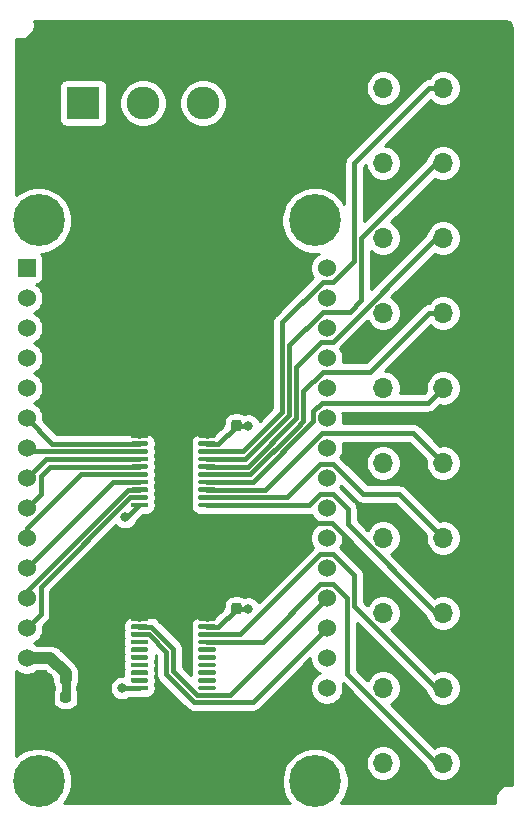
<source format=gbr>
%TF.GenerationSoftware,KiCad,Pcbnew,(5.1.9)-1*%
%TF.CreationDate,2021-05-16T11:37:59+01:00*%
%TF.ProjectId,Controller,436f6e74-726f-46c6-9c65-722e6b696361,rev?*%
%TF.SameCoordinates,Original*%
%TF.FileFunction,Copper,L1,Top*%
%TF.FilePolarity,Positive*%
%FSLAX46Y46*%
G04 Gerber Fmt 4.6, Leading zero omitted, Abs format (unit mm)*
G04 Created by KiCad (PCBNEW (5.1.9)-1) date 2021-05-16 11:37:59*
%MOMM*%
%LPD*%
G01*
G04 APERTURE LIST*
%TA.AperFunction,ComponentPad*%
%ADD10O,1.700000X1.700000*%
%TD*%
%TA.AperFunction,ComponentPad*%
%ADD11R,1.700000X1.700000*%
%TD*%
%TA.AperFunction,ComponentPad*%
%ADD12C,1.524000*%
%TD*%
%TA.AperFunction,ComponentPad*%
%ADD13R,1.524000X1.524000*%
%TD*%
%TA.AperFunction,ComponentPad*%
%ADD14C,2.780000*%
%TD*%
%TA.AperFunction,ComponentPad*%
%ADD15R,2.780000X2.780000*%
%TD*%
%TA.AperFunction,ComponentPad*%
%ADD16C,4.400000*%
%TD*%
%TA.AperFunction,ViaPad*%
%ADD17C,0.800000*%
%TD*%
%TA.AperFunction,Conductor*%
%ADD18C,0.400000*%
%TD*%
%TA.AperFunction,Conductor*%
%ADD19C,0.750000*%
%TD*%
%TA.AperFunction,Conductor*%
%ADD20C,1.000000*%
%TD*%
%TA.AperFunction,Conductor*%
%ADD21C,0.254000*%
%TD*%
%TA.AperFunction,Conductor*%
%ADD22C,0.100000*%
%TD*%
G04 APERTURE END LIST*
D10*
%TO.P,J5,3*%
%TO.N,GND*%
X175260000Y-116840000D03*
%TO.P,J5,2*%
%TO.N,/B6*%
X180340000Y-116840000D03*
D11*
%TO.P,J5,1*%
%TO.N,+5V*%
X182880000Y-116840000D03*
%TD*%
%TO.P,C4,2*%
%TO.N,GND*%
%TA.AperFunction,SMDPad,CuDef*%
G36*
G01*
X147912000Y-135378000D02*
X147912000Y-134878000D01*
G75*
G02*
X148137000Y-134653000I225000J0D01*
G01*
X148587000Y-134653000D01*
G75*
G02*
X148812000Y-134878000I0J-225000D01*
G01*
X148812000Y-135378000D01*
G75*
G02*
X148587000Y-135603000I-225000J0D01*
G01*
X148137000Y-135603000D01*
G75*
G02*
X147912000Y-135378000I0J225000D01*
G01*
G37*
%TD.AperFunction*%
%TO.P,C4,1*%
%TO.N,+5V*%
%TA.AperFunction,SMDPad,CuDef*%
G36*
G01*
X146362000Y-135378000D02*
X146362000Y-134878000D01*
G75*
G02*
X146587000Y-134653000I225000J0D01*
G01*
X147037000Y-134653000D01*
G75*
G02*
X147262000Y-134878000I0J-225000D01*
G01*
X147262000Y-135378000D01*
G75*
G02*
X147037000Y-135603000I-225000J0D01*
G01*
X146587000Y-135603000D01*
G75*
G02*
X146362000Y-135378000I0J225000D01*
G01*
G37*
%TD.AperFunction*%
%TD*%
%TO.P,C3,2*%
%TO.N,+5V*%
%TA.AperFunction,SMDPad,CuDef*%
G36*
G01*
X147262000Y-136402000D02*
X147262000Y-136902000D01*
G75*
G02*
X147037000Y-137127000I-225000J0D01*
G01*
X146587000Y-137127000D01*
G75*
G02*
X146362000Y-136902000I0J225000D01*
G01*
X146362000Y-136402000D01*
G75*
G02*
X146587000Y-136177000I225000J0D01*
G01*
X147037000Y-136177000D01*
G75*
G02*
X147262000Y-136402000I0J-225000D01*
G01*
G37*
%TD.AperFunction*%
%TO.P,C3,1*%
%TO.N,GND*%
%TA.AperFunction,SMDPad,CuDef*%
G36*
G01*
X148812000Y-136402000D02*
X148812000Y-136902000D01*
G75*
G02*
X148587000Y-137127000I-225000J0D01*
G01*
X148137000Y-137127000D01*
G75*
G02*
X147912000Y-136902000I0J225000D01*
G01*
X147912000Y-136402000D01*
G75*
G02*
X148137000Y-136177000I225000J0D01*
G01*
X148587000Y-136177000D01*
G75*
G02*
X148812000Y-136402000I0J-225000D01*
G01*
G37*
%TD.AperFunction*%
%TD*%
D12*
%TO.P,U1,30*%
%TO.N,N/C*%
X170487065Y-100330000D03*
%TO.P,U1,29*%
X170487065Y-102870000D03*
%TO.P,U1,28*%
X170487065Y-105410000D03*
%TO.P,U1,27*%
X170487065Y-107950000D03*
%TO.P,U1,26*%
X170487065Y-110490000D03*
%TO.P,U1,25*%
X170487065Y-113030000D03*
%TO.P,U1,24*%
X170487065Y-115570000D03*
%TO.P,U1,23*%
X170487065Y-118110000D03*
%TO.P,U1,22*%
X170487065Y-120650000D03*
%TO.P,U1,21*%
X170487065Y-123190000D03*
%TO.P,U1,20*%
X170487065Y-125730000D03*
%TO.P,U1,19*%
%TO.N,/A9*%
X170487065Y-128270000D03*
%TO.P,U1,18*%
%TO.N,/A10*%
X170487065Y-130810000D03*
%TO.P,U1,17*%
%TO.N,GND*%
X170487065Y-133350000D03*
%TO.P,U1,16*%
%TO.N,N/C*%
X170487065Y-135890000D03*
%TO.P,U1,15*%
%TO.N,+5V*%
X145087065Y-135890000D03*
%TO.P,U1,14*%
%TO.N,GND*%
X145087065Y-133350000D03*
%TO.P,U1,13*%
%TO.N,/A8*%
X145087065Y-130810000D03*
%TO.P,U1,12*%
%TO.N,/A7*%
X145087065Y-128270000D03*
%TO.P,U1,11*%
%TO.N,/A6*%
X145087065Y-125730000D03*
%TO.P,U1,10*%
%TO.N,/A5*%
X145087065Y-123190000D03*
%TO.P,U1,9*%
%TO.N,/A4*%
X145087065Y-120650000D03*
%TO.P,U1,8*%
%TO.N,/A3*%
X145087065Y-118110000D03*
%TO.P,U1,7*%
%TO.N,/A2*%
X145087065Y-115570000D03*
%TO.P,U1,6*%
%TO.N,/A1*%
X145087065Y-113030000D03*
%TO.P,U1,5*%
%TO.N,N/C*%
X145087065Y-110490000D03*
%TO.P,U1,4*%
X145087065Y-107950000D03*
%TO.P,U1,3*%
X145087065Y-105410000D03*
%TO.P,U1,2*%
X145087065Y-102870000D03*
D13*
%TO.P,U1,1*%
X145087065Y-100330000D03*
%TD*%
D10*
%TO.P,J10,3*%
%TO.N,GND*%
X175260000Y-85090000D03*
%TO.P,J10,2*%
%TO.N,/B1*%
X180340000Y-85090000D03*
D11*
%TO.P,J10,1*%
%TO.N,+5V*%
X182880000Y-85090000D03*
%TD*%
D10*
%TO.P,J9,3*%
%TO.N,GND*%
X175260000Y-91440000D03*
%TO.P,J9,2*%
%TO.N,/B2*%
X180340000Y-91440000D03*
D11*
%TO.P,J9,1*%
%TO.N,+5V*%
X182880000Y-91440000D03*
%TD*%
%TO.P,IC2,20*%
%TO.N,+5V*%
%TA.AperFunction,SMDPad,CuDef*%
G36*
G01*
X159605000Y-130144000D02*
X159605000Y-129944000D01*
G75*
G02*
X159705000Y-129844000I100000J0D01*
G01*
X160980000Y-129844000D01*
G75*
G02*
X161080000Y-129944000I0J-100000D01*
G01*
X161080000Y-130144000D01*
G75*
G02*
X160980000Y-130244000I-100000J0D01*
G01*
X159705000Y-130244000D01*
G75*
G02*
X159605000Y-130144000I0J100000D01*
G01*
G37*
%TD.AperFunction*%
%TO.P,IC2,19*%
%TO.N,GND*%
%TA.AperFunction,SMDPad,CuDef*%
G36*
G01*
X159605000Y-130794000D02*
X159605000Y-130594000D01*
G75*
G02*
X159705000Y-130494000I100000J0D01*
G01*
X160980000Y-130494000D01*
G75*
G02*
X161080000Y-130594000I0J-100000D01*
G01*
X161080000Y-130794000D01*
G75*
G02*
X160980000Y-130894000I-100000J0D01*
G01*
X159705000Y-130894000D01*
G75*
G02*
X159605000Y-130794000I0J100000D01*
G01*
G37*
%TD.AperFunction*%
%TO.P,IC2,18*%
%TO.N,/B9*%
%TA.AperFunction,SMDPad,CuDef*%
G36*
G01*
X159605000Y-131444000D02*
X159605000Y-131244000D01*
G75*
G02*
X159705000Y-131144000I100000J0D01*
G01*
X160980000Y-131144000D01*
G75*
G02*
X161080000Y-131244000I0J-100000D01*
G01*
X161080000Y-131444000D01*
G75*
G02*
X160980000Y-131544000I-100000J0D01*
G01*
X159705000Y-131544000D01*
G75*
G02*
X159605000Y-131444000I0J100000D01*
G01*
G37*
%TD.AperFunction*%
%TO.P,IC2,17*%
%TO.N,/B10*%
%TA.AperFunction,SMDPad,CuDef*%
G36*
G01*
X159605000Y-132094000D02*
X159605000Y-131894000D01*
G75*
G02*
X159705000Y-131794000I100000J0D01*
G01*
X160980000Y-131794000D01*
G75*
G02*
X161080000Y-131894000I0J-100000D01*
G01*
X161080000Y-132094000D01*
G75*
G02*
X160980000Y-132194000I-100000J0D01*
G01*
X159705000Y-132194000D01*
G75*
G02*
X159605000Y-132094000I0J100000D01*
G01*
G37*
%TD.AperFunction*%
%TO.P,IC2,16*%
%TO.N,N/C*%
%TA.AperFunction,SMDPad,CuDef*%
G36*
G01*
X159605000Y-132744000D02*
X159605000Y-132544000D01*
G75*
G02*
X159705000Y-132444000I100000J0D01*
G01*
X160980000Y-132444000D01*
G75*
G02*
X161080000Y-132544000I0J-100000D01*
G01*
X161080000Y-132744000D01*
G75*
G02*
X160980000Y-132844000I-100000J0D01*
G01*
X159705000Y-132844000D01*
G75*
G02*
X159605000Y-132744000I0J100000D01*
G01*
G37*
%TD.AperFunction*%
%TO.P,IC2,15*%
%TA.AperFunction,SMDPad,CuDef*%
G36*
G01*
X159605000Y-133394000D02*
X159605000Y-133194000D01*
G75*
G02*
X159705000Y-133094000I100000J0D01*
G01*
X160980000Y-133094000D01*
G75*
G02*
X161080000Y-133194000I0J-100000D01*
G01*
X161080000Y-133394000D01*
G75*
G02*
X160980000Y-133494000I-100000J0D01*
G01*
X159705000Y-133494000D01*
G75*
G02*
X159605000Y-133394000I0J100000D01*
G01*
G37*
%TD.AperFunction*%
%TO.P,IC2,14*%
%TA.AperFunction,SMDPad,CuDef*%
G36*
G01*
X159605000Y-134044000D02*
X159605000Y-133844000D01*
G75*
G02*
X159705000Y-133744000I100000J0D01*
G01*
X160980000Y-133744000D01*
G75*
G02*
X161080000Y-133844000I0J-100000D01*
G01*
X161080000Y-134044000D01*
G75*
G02*
X160980000Y-134144000I-100000J0D01*
G01*
X159705000Y-134144000D01*
G75*
G02*
X159605000Y-134044000I0J100000D01*
G01*
G37*
%TD.AperFunction*%
%TO.P,IC2,13*%
%TA.AperFunction,SMDPad,CuDef*%
G36*
G01*
X159605000Y-134694000D02*
X159605000Y-134494000D01*
G75*
G02*
X159705000Y-134394000I100000J0D01*
G01*
X160980000Y-134394000D01*
G75*
G02*
X161080000Y-134494000I0J-100000D01*
G01*
X161080000Y-134694000D01*
G75*
G02*
X160980000Y-134794000I-100000J0D01*
G01*
X159705000Y-134794000D01*
G75*
G02*
X159605000Y-134694000I0J100000D01*
G01*
G37*
%TD.AperFunction*%
%TO.P,IC2,12*%
%TA.AperFunction,SMDPad,CuDef*%
G36*
G01*
X159605000Y-135344000D02*
X159605000Y-135144000D01*
G75*
G02*
X159705000Y-135044000I100000J0D01*
G01*
X160980000Y-135044000D01*
G75*
G02*
X161080000Y-135144000I0J-100000D01*
G01*
X161080000Y-135344000D01*
G75*
G02*
X160980000Y-135444000I-100000J0D01*
G01*
X159705000Y-135444000D01*
G75*
G02*
X159605000Y-135344000I0J100000D01*
G01*
G37*
%TD.AperFunction*%
%TO.P,IC2,11*%
%TA.AperFunction,SMDPad,CuDef*%
G36*
G01*
X159605000Y-135994000D02*
X159605000Y-135794000D01*
G75*
G02*
X159705000Y-135694000I100000J0D01*
G01*
X160980000Y-135694000D01*
G75*
G02*
X161080000Y-135794000I0J-100000D01*
G01*
X161080000Y-135994000D01*
G75*
G02*
X160980000Y-136094000I-100000J0D01*
G01*
X159705000Y-136094000D01*
G75*
G02*
X159605000Y-135994000I0J100000D01*
G01*
G37*
%TD.AperFunction*%
%TO.P,IC2,10*%
%TO.N,GND*%
%TA.AperFunction,SMDPad,CuDef*%
G36*
G01*
X153880000Y-135994000D02*
X153880000Y-135794000D01*
G75*
G02*
X153980000Y-135694000I100000J0D01*
G01*
X155255000Y-135694000D01*
G75*
G02*
X155355000Y-135794000I0J-100000D01*
G01*
X155355000Y-135994000D01*
G75*
G02*
X155255000Y-136094000I-100000J0D01*
G01*
X153980000Y-136094000D01*
G75*
G02*
X153880000Y-135994000I0J100000D01*
G01*
G37*
%TD.AperFunction*%
%TO.P,IC2,9*%
%TO.N,N/C*%
%TA.AperFunction,SMDPad,CuDef*%
G36*
G01*
X153880000Y-135344000D02*
X153880000Y-135144000D01*
G75*
G02*
X153980000Y-135044000I100000J0D01*
G01*
X155255000Y-135044000D01*
G75*
G02*
X155355000Y-135144000I0J-100000D01*
G01*
X155355000Y-135344000D01*
G75*
G02*
X155255000Y-135444000I-100000J0D01*
G01*
X153980000Y-135444000D01*
G75*
G02*
X153880000Y-135344000I0J100000D01*
G01*
G37*
%TD.AperFunction*%
%TO.P,IC2,8*%
%TA.AperFunction,SMDPad,CuDef*%
G36*
G01*
X153880000Y-134694000D02*
X153880000Y-134494000D01*
G75*
G02*
X153980000Y-134394000I100000J0D01*
G01*
X155255000Y-134394000D01*
G75*
G02*
X155355000Y-134494000I0J-100000D01*
G01*
X155355000Y-134694000D01*
G75*
G02*
X155255000Y-134794000I-100000J0D01*
G01*
X153980000Y-134794000D01*
G75*
G02*
X153880000Y-134694000I0J100000D01*
G01*
G37*
%TD.AperFunction*%
%TO.P,IC2,7*%
%TA.AperFunction,SMDPad,CuDef*%
G36*
G01*
X153880000Y-134044000D02*
X153880000Y-133844000D01*
G75*
G02*
X153980000Y-133744000I100000J0D01*
G01*
X155255000Y-133744000D01*
G75*
G02*
X155355000Y-133844000I0J-100000D01*
G01*
X155355000Y-134044000D01*
G75*
G02*
X155255000Y-134144000I-100000J0D01*
G01*
X153980000Y-134144000D01*
G75*
G02*
X153880000Y-134044000I0J100000D01*
G01*
G37*
%TD.AperFunction*%
%TO.P,IC2,6*%
%TA.AperFunction,SMDPad,CuDef*%
G36*
G01*
X153880000Y-133394000D02*
X153880000Y-133194000D01*
G75*
G02*
X153980000Y-133094000I100000J0D01*
G01*
X155255000Y-133094000D01*
G75*
G02*
X155355000Y-133194000I0J-100000D01*
G01*
X155355000Y-133394000D01*
G75*
G02*
X155255000Y-133494000I-100000J0D01*
G01*
X153980000Y-133494000D01*
G75*
G02*
X153880000Y-133394000I0J100000D01*
G01*
G37*
%TD.AperFunction*%
%TO.P,IC2,5*%
%TA.AperFunction,SMDPad,CuDef*%
G36*
G01*
X153880000Y-132744000D02*
X153880000Y-132544000D01*
G75*
G02*
X153980000Y-132444000I100000J0D01*
G01*
X155255000Y-132444000D01*
G75*
G02*
X155355000Y-132544000I0J-100000D01*
G01*
X155355000Y-132744000D01*
G75*
G02*
X155255000Y-132844000I-100000J0D01*
G01*
X153980000Y-132844000D01*
G75*
G02*
X153880000Y-132744000I0J100000D01*
G01*
G37*
%TD.AperFunction*%
%TO.P,IC2,4*%
%TA.AperFunction,SMDPad,CuDef*%
G36*
G01*
X153880000Y-132094000D02*
X153880000Y-131894000D01*
G75*
G02*
X153980000Y-131794000I100000J0D01*
G01*
X155255000Y-131794000D01*
G75*
G02*
X155355000Y-131894000I0J-100000D01*
G01*
X155355000Y-132094000D01*
G75*
G02*
X155255000Y-132194000I-100000J0D01*
G01*
X153980000Y-132194000D01*
G75*
G02*
X153880000Y-132094000I0J100000D01*
G01*
G37*
%TD.AperFunction*%
%TO.P,IC2,3*%
%TO.N,/A10*%
%TA.AperFunction,SMDPad,CuDef*%
G36*
G01*
X153880000Y-131444000D02*
X153880000Y-131244000D01*
G75*
G02*
X153980000Y-131144000I100000J0D01*
G01*
X155255000Y-131144000D01*
G75*
G02*
X155355000Y-131244000I0J-100000D01*
G01*
X155355000Y-131444000D01*
G75*
G02*
X155255000Y-131544000I-100000J0D01*
G01*
X153980000Y-131544000D01*
G75*
G02*
X153880000Y-131444000I0J100000D01*
G01*
G37*
%TD.AperFunction*%
%TO.P,IC2,2*%
%TO.N,/A9*%
%TA.AperFunction,SMDPad,CuDef*%
G36*
G01*
X153880000Y-130794000D02*
X153880000Y-130594000D01*
G75*
G02*
X153980000Y-130494000I100000J0D01*
G01*
X155255000Y-130494000D01*
G75*
G02*
X155355000Y-130594000I0J-100000D01*
G01*
X155355000Y-130794000D01*
G75*
G02*
X155255000Y-130894000I-100000J0D01*
G01*
X153980000Y-130894000D01*
G75*
G02*
X153880000Y-130794000I0J100000D01*
G01*
G37*
%TD.AperFunction*%
%TO.P,IC2,1*%
%TO.N,+5V*%
%TA.AperFunction,SMDPad,CuDef*%
G36*
G01*
X153880000Y-130144000D02*
X153880000Y-129944000D01*
G75*
G02*
X153980000Y-129844000I100000J0D01*
G01*
X155255000Y-129844000D01*
G75*
G02*
X155355000Y-129944000I0J-100000D01*
G01*
X155355000Y-130144000D01*
G75*
G02*
X155255000Y-130244000I-100000J0D01*
G01*
X153980000Y-130244000D01*
G75*
G02*
X153880000Y-130144000I0J100000D01*
G01*
G37*
%TD.AperFunction*%
%TD*%
%TO.P,IC1,20*%
%TO.N,+5V*%
%TA.AperFunction,SMDPad,CuDef*%
G36*
G01*
X159605000Y-114650000D02*
X159605000Y-114450000D01*
G75*
G02*
X159705000Y-114350000I100000J0D01*
G01*
X160980000Y-114350000D01*
G75*
G02*
X161080000Y-114450000I0J-100000D01*
G01*
X161080000Y-114650000D01*
G75*
G02*
X160980000Y-114750000I-100000J0D01*
G01*
X159705000Y-114750000D01*
G75*
G02*
X159605000Y-114650000I0J100000D01*
G01*
G37*
%TD.AperFunction*%
%TO.P,IC1,19*%
%TO.N,GND*%
%TA.AperFunction,SMDPad,CuDef*%
G36*
G01*
X159605000Y-115300000D02*
X159605000Y-115100000D01*
G75*
G02*
X159705000Y-115000000I100000J0D01*
G01*
X160980000Y-115000000D01*
G75*
G02*
X161080000Y-115100000I0J-100000D01*
G01*
X161080000Y-115300000D01*
G75*
G02*
X160980000Y-115400000I-100000J0D01*
G01*
X159705000Y-115400000D01*
G75*
G02*
X159605000Y-115300000I0J100000D01*
G01*
G37*
%TD.AperFunction*%
%TO.P,IC1,18*%
%TO.N,/B1*%
%TA.AperFunction,SMDPad,CuDef*%
G36*
G01*
X159605000Y-115950000D02*
X159605000Y-115750000D01*
G75*
G02*
X159705000Y-115650000I100000J0D01*
G01*
X160980000Y-115650000D01*
G75*
G02*
X161080000Y-115750000I0J-100000D01*
G01*
X161080000Y-115950000D01*
G75*
G02*
X160980000Y-116050000I-100000J0D01*
G01*
X159705000Y-116050000D01*
G75*
G02*
X159605000Y-115950000I0J100000D01*
G01*
G37*
%TD.AperFunction*%
%TO.P,IC1,17*%
%TO.N,/B2*%
%TA.AperFunction,SMDPad,CuDef*%
G36*
G01*
X159605000Y-116600000D02*
X159605000Y-116400000D01*
G75*
G02*
X159705000Y-116300000I100000J0D01*
G01*
X160980000Y-116300000D01*
G75*
G02*
X161080000Y-116400000I0J-100000D01*
G01*
X161080000Y-116600000D01*
G75*
G02*
X160980000Y-116700000I-100000J0D01*
G01*
X159705000Y-116700000D01*
G75*
G02*
X159605000Y-116600000I0J100000D01*
G01*
G37*
%TD.AperFunction*%
%TO.P,IC1,16*%
%TO.N,/B3*%
%TA.AperFunction,SMDPad,CuDef*%
G36*
G01*
X159605000Y-117250000D02*
X159605000Y-117050000D01*
G75*
G02*
X159705000Y-116950000I100000J0D01*
G01*
X160980000Y-116950000D01*
G75*
G02*
X161080000Y-117050000I0J-100000D01*
G01*
X161080000Y-117250000D01*
G75*
G02*
X160980000Y-117350000I-100000J0D01*
G01*
X159705000Y-117350000D01*
G75*
G02*
X159605000Y-117250000I0J100000D01*
G01*
G37*
%TD.AperFunction*%
%TO.P,IC1,15*%
%TO.N,/B4*%
%TA.AperFunction,SMDPad,CuDef*%
G36*
G01*
X159605000Y-117900000D02*
X159605000Y-117700000D01*
G75*
G02*
X159705000Y-117600000I100000J0D01*
G01*
X160980000Y-117600000D01*
G75*
G02*
X161080000Y-117700000I0J-100000D01*
G01*
X161080000Y-117900000D01*
G75*
G02*
X160980000Y-118000000I-100000J0D01*
G01*
X159705000Y-118000000D01*
G75*
G02*
X159605000Y-117900000I0J100000D01*
G01*
G37*
%TD.AperFunction*%
%TO.P,IC1,14*%
%TO.N,/B5*%
%TA.AperFunction,SMDPad,CuDef*%
G36*
G01*
X159605000Y-118550000D02*
X159605000Y-118350000D01*
G75*
G02*
X159705000Y-118250000I100000J0D01*
G01*
X160980000Y-118250000D01*
G75*
G02*
X161080000Y-118350000I0J-100000D01*
G01*
X161080000Y-118550000D01*
G75*
G02*
X160980000Y-118650000I-100000J0D01*
G01*
X159705000Y-118650000D01*
G75*
G02*
X159605000Y-118550000I0J100000D01*
G01*
G37*
%TD.AperFunction*%
%TO.P,IC1,13*%
%TO.N,/B6*%
%TA.AperFunction,SMDPad,CuDef*%
G36*
G01*
X159605000Y-119200000D02*
X159605000Y-119000000D01*
G75*
G02*
X159705000Y-118900000I100000J0D01*
G01*
X160980000Y-118900000D01*
G75*
G02*
X161080000Y-119000000I0J-100000D01*
G01*
X161080000Y-119200000D01*
G75*
G02*
X160980000Y-119300000I-100000J0D01*
G01*
X159705000Y-119300000D01*
G75*
G02*
X159605000Y-119200000I0J100000D01*
G01*
G37*
%TD.AperFunction*%
%TO.P,IC1,12*%
%TO.N,/B7*%
%TA.AperFunction,SMDPad,CuDef*%
G36*
G01*
X159605000Y-119850000D02*
X159605000Y-119650000D01*
G75*
G02*
X159705000Y-119550000I100000J0D01*
G01*
X160980000Y-119550000D01*
G75*
G02*
X161080000Y-119650000I0J-100000D01*
G01*
X161080000Y-119850000D01*
G75*
G02*
X160980000Y-119950000I-100000J0D01*
G01*
X159705000Y-119950000D01*
G75*
G02*
X159605000Y-119850000I0J100000D01*
G01*
G37*
%TD.AperFunction*%
%TO.P,IC1,11*%
%TO.N,/B8*%
%TA.AperFunction,SMDPad,CuDef*%
G36*
G01*
X159605000Y-120500000D02*
X159605000Y-120300000D01*
G75*
G02*
X159705000Y-120200000I100000J0D01*
G01*
X160980000Y-120200000D01*
G75*
G02*
X161080000Y-120300000I0J-100000D01*
G01*
X161080000Y-120500000D01*
G75*
G02*
X160980000Y-120600000I-100000J0D01*
G01*
X159705000Y-120600000D01*
G75*
G02*
X159605000Y-120500000I0J100000D01*
G01*
G37*
%TD.AperFunction*%
%TO.P,IC1,10*%
%TO.N,GND*%
%TA.AperFunction,SMDPad,CuDef*%
G36*
G01*
X153880000Y-120500000D02*
X153880000Y-120300000D01*
G75*
G02*
X153980000Y-120200000I100000J0D01*
G01*
X155255000Y-120200000D01*
G75*
G02*
X155355000Y-120300000I0J-100000D01*
G01*
X155355000Y-120500000D01*
G75*
G02*
X155255000Y-120600000I-100000J0D01*
G01*
X153980000Y-120600000D01*
G75*
G02*
X153880000Y-120500000I0J100000D01*
G01*
G37*
%TD.AperFunction*%
%TO.P,IC1,9*%
%TO.N,/A8*%
%TA.AperFunction,SMDPad,CuDef*%
G36*
G01*
X153880000Y-119850000D02*
X153880000Y-119650000D01*
G75*
G02*
X153980000Y-119550000I100000J0D01*
G01*
X155255000Y-119550000D01*
G75*
G02*
X155355000Y-119650000I0J-100000D01*
G01*
X155355000Y-119850000D01*
G75*
G02*
X155255000Y-119950000I-100000J0D01*
G01*
X153980000Y-119950000D01*
G75*
G02*
X153880000Y-119850000I0J100000D01*
G01*
G37*
%TD.AperFunction*%
%TO.P,IC1,8*%
%TO.N,/A7*%
%TA.AperFunction,SMDPad,CuDef*%
G36*
G01*
X153880000Y-119200000D02*
X153880000Y-119000000D01*
G75*
G02*
X153980000Y-118900000I100000J0D01*
G01*
X155255000Y-118900000D01*
G75*
G02*
X155355000Y-119000000I0J-100000D01*
G01*
X155355000Y-119200000D01*
G75*
G02*
X155255000Y-119300000I-100000J0D01*
G01*
X153980000Y-119300000D01*
G75*
G02*
X153880000Y-119200000I0J100000D01*
G01*
G37*
%TD.AperFunction*%
%TO.P,IC1,7*%
%TO.N,/A6*%
%TA.AperFunction,SMDPad,CuDef*%
G36*
G01*
X153880000Y-118550000D02*
X153880000Y-118350000D01*
G75*
G02*
X153980000Y-118250000I100000J0D01*
G01*
X155255000Y-118250000D01*
G75*
G02*
X155355000Y-118350000I0J-100000D01*
G01*
X155355000Y-118550000D01*
G75*
G02*
X155255000Y-118650000I-100000J0D01*
G01*
X153980000Y-118650000D01*
G75*
G02*
X153880000Y-118550000I0J100000D01*
G01*
G37*
%TD.AperFunction*%
%TO.P,IC1,6*%
%TO.N,/A5*%
%TA.AperFunction,SMDPad,CuDef*%
G36*
G01*
X153880000Y-117900000D02*
X153880000Y-117700000D01*
G75*
G02*
X153980000Y-117600000I100000J0D01*
G01*
X155255000Y-117600000D01*
G75*
G02*
X155355000Y-117700000I0J-100000D01*
G01*
X155355000Y-117900000D01*
G75*
G02*
X155255000Y-118000000I-100000J0D01*
G01*
X153980000Y-118000000D01*
G75*
G02*
X153880000Y-117900000I0J100000D01*
G01*
G37*
%TD.AperFunction*%
%TO.P,IC1,5*%
%TO.N,/A4*%
%TA.AperFunction,SMDPad,CuDef*%
G36*
G01*
X153880000Y-117250000D02*
X153880000Y-117050000D01*
G75*
G02*
X153980000Y-116950000I100000J0D01*
G01*
X155255000Y-116950000D01*
G75*
G02*
X155355000Y-117050000I0J-100000D01*
G01*
X155355000Y-117250000D01*
G75*
G02*
X155255000Y-117350000I-100000J0D01*
G01*
X153980000Y-117350000D01*
G75*
G02*
X153880000Y-117250000I0J100000D01*
G01*
G37*
%TD.AperFunction*%
%TO.P,IC1,4*%
%TO.N,/A3*%
%TA.AperFunction,SMDPad,CuDef*%
G36*
G01*
X153880000Y-116600000D02*
X153880000Y-116400000D01*
G75*
G02*
X153980000Y-116300000I100000J0D01*
G01*
X155255000Y-116300000D01*
G75*
G02*
X155355000Y-116400000I0J-100000D01*
G01*
X155355000Y-116600000D01*
G75*
G02*
X155255000Y-116700000I-100000J0D01*
G01*
X153980000Y-116700000D01*
G75*
G02*
X153880000Y-116600000I0J100000D01*
G01*
G37*
%TD.AperFunction*%
%TO.P,IC1,3*%
%TO.N,/A2*%
%TA.AperFunction,SMDPad,CuDef*%
G36*
G01*
X153880000Y-115950000D02*
X153880000Y-115750000D01*
G75*
G02*
X153980000Y-115650000I100000J0D01*
G01*
X155255000Y-115650000D01*
G75*
G02*
X155355000Y-115750000I0J-100000D01*
G01*
X155355000Y-115950000D01*
G75*
G02*
X155255000Y-116050000I-100000J0D01*
G01*
X153980000Y-116050000D01*
G75*
G02*
X153880000Y-115950000I0J100000D01*
G01*
G37*
%TD.AperFunction*%
%TO.P,IC1,2*%
%TO.N,/A1*%
%TA.AperFunction,SMDPad,CuDef*%
G36*
G01*
X153880000Y-115300000D02*
X153880000Y-115100000D01*
G75*
G02*
X153980000Y-115000000I100000J0D01*
G01*
X155255000Y-115000000D01*
G75*
G02*
X155355000Y-115100000I0J-100000D01*
G01*
X155355000Y-115300000D01*
G75*
G02*
X155255000Y-115400000I-100000J0D01*
G01*
X153980000Y-115400000D01*
G75*
G02*
X153880000Y-115300000I0J100000D01*
G01*
G37*
%TD.AperFunction*%
%TO.P,IC1,1*%
%TO.N,+5V*%
%TA.AperFunction,SMDPad,CuDef*%
G36*
G01*
X153880000Y-114650000D02*
X153880000Y-114450000D01*
G75*
G02*
X153980000Y-114350000I100000J0D01*
G01*
X155255000Y-114350000D01*
G75*
G02*
X155355000Y-114450000I0J-100000D01*
G01*
X155355000Y-114650000D01*
G75*
G02*
X155255000Y-114750000I-100000J0D01*
G01*
X153980000Y-114750000D01*
G75*
G02*
X153880000Y-114650000I0J100000D01*
G01*
G37*
%TD.AperFunction*%
%TD*%
%TO.P,C2,2*%
%TO.N,GND*%
%TA.AperFunction,SMDPad,CuDef*%
G36*
G01*
X162390000Y-129409000D02*
X162390000Y-128909000D01*
G75*
G02*
X162615000Y-128684000I225000J0D01*
G01*
X163065000Y-128684000D01*
G75*
G02*
X163290000Y-128909000I0J-225000D01*
G01*
X163290000Y-129409000D01*
G75*
G02*
X163065000Y-129634000I-225000J0D01*
G01*
X162615000Y-129634000D01*
G75*
G02*
X162390000Y-129409000I0J225000D01*
G01*
G37*
%TD.AperFunction*%
%TO.P,C2,1*%
%TO.N,+5V*%
%TA.AperFunction,SMDPad,CuDef*%
G36*
G01*
X160840000Y-129409000D02*
X160840000Y-128909000D01*
G75*
G02*
X161065000Y-128684000I225000J0D01*
G01*
X161515000Y-128684000D01*
G75*
G02*
X161740000Y-128909000I0J-225000D01*
G01*
X161740000Y-129409000D01*
G75*
G02*
X161515000Y-129634000I-225000J0D01*
G01*
X161065000Y-129634000D01*
G75*
G02*
X160840000Y-129409000I0J225000D01*
G01*
G37*
%TD.AperFunction*%
%TD*%
%TO.P,C1,2*%
%TO.N,GND*%
%TA.AperFunction,SMDPad,CuDef*%
G36*
G01*
X162390000Y-113915000D02*
X162390000Y-113415000D01*
G75*
G02*
X162615000Y-113190000I225000J0D01*
G01*
X163065000Y-113190000D01*
G75*
G02*
X163290000Y-113415000I0J-225000D01*
G01*
X163290000Y-113915000D01*
G75*
G02*
X163065000Y-114140000I-225000J0D01*
G01*
X162615000Y-114140000D01*
G75*
G02*
X162390000Y-113915000I0J225000D01*
G01*
G37*
%TD.AperFunction*%
%TO.P,C1,1*%
%TO.N,+5V*%
%TA.AperFunction,SMDPad,CuDef*%
G36*
G01*
X160840000Y-113915000D02*
X160840000Y-113415000D01*
G75*
G02*
X161065000Y-113190000I225000J0D01*
G01*
X161515000Y-113190000D01*
G75*
G02*
X161740000Y-113415000I0J-225000D01*
G01*
X161740000Y-113915000D01*
G75*
G02*
X161515000Y-114140000I-225000J0D01*
G01*
X161065000Y-114140000D01*
G75*
G02*
X160840000Y-113915000I0J225000D01*
G01*
G37*
%TD.AperFunction*%
%TD*%
D14*
%TO.P,J11,4*%
%TO.N,+5V*%
X165100000Y-86360000D03*
%TO.P,J11,3*%
%TO.N,GND*%
X160020000Y-86360000D03*
%TO.P,J11,2*%
X154940000Y-86360000D03*
D15*
%TO.P,J11,1*%
%TO.N,N/C*%
X149860000Y-86360000D03*
%TD*%
D10*
%TO.P,J6,3*%
%TO.N,GND*%
X175260000Y-110490000D03*
%TO.P,J6,2*%
%TO.N,/B5*%
X180340000Y-110490000D03*
D11*
%TO.P,J6,1*%
%TO.N,+5V*%
X182880000Y-110490000D03*
%TD*%
D16*
%TO.P,H1,1*%
%TO.N,N/C*%
X146075400Y-96291400D03*
%TD*%
D10*
%TO.P,J4,3*%
%TO.N,GND*%
X175260000Y-123190000D03*
%TO.P,J4,2*%
%TO.N,/B7*%
X180340000Y-123190000D03*
D11*
%TO.P,J4,1*%
%TO.N,+5V*%
X182880000Y-123190000D03*
%TD*%
D10*
%TO.P,J3,3*%
%TO.N,GND*%
X175260000Y-129540000D03*
%TO.P,J3,2*%
%TO.N,/B8*%
X180340000Y-129540000D03*
D11*
%TO.P,J3,1*%
%TO.N,+5V*%
X182880000Y-129540000D03*
%TD*%
D16*
%TO.P,H2,1*%
%TO.N,N/C*%
X169468800Y-96291400D03*
%TD*%
D10*
%TO.P,J8,3*%
%TO.N,GND*%
X175260000Y-97790000D03*
%TO.P,J8,2*%
%TO.N,/B3*%
X180340000Y-97790000D03*
D11*
%TO.P,J8,1*%
%TO.N,+5V*%
X182880000Y-97790000D03*
%TD*%
D10*
%TO.P,J7,3*%
%TO.N,GND*%
X175260000Y-104140000D03*
%TO.P,J7,2*%
%TO.N,/B4*%
X180340000Y-104140000D03*
D11*
%TO.P,J7,1*%
%TO.N,+5V*%
X182880000Y-104140000D03*
%TD*%
D16*
%TO.P,H3,1*%
%TO.N,N/C*%
X146075400Y-143764000D03*
%TD*%
D10*
%TO.P,J2,3*%
%TO.N,GND*%
X175260000Y-135890000D03*
%TO.P,J2,2*%
%TO.N,/B9*%
X180340000Y-135890000D03*
D11*
%TO.P,J2,1*%
%TO.N,+5V*%
X182880000Y-135890000D03*
%TD*%
D10*
%TO.P,J1,3*%
%TO.N,GND*%
X175260000Y-142240000D03*
%TO.P,J1,2*%
%TO.N,/B10*%
X180340000Y-142240000D03*
D11*
%TO.P,J1,1*%
%TO.N,+5V*%
X182880000Y-142240000D03*
%TD*%
D16*
%TO.P,H4,1*%
%TO.N,N/C*%
X169494200Y-143789400D03*
%TD*%
D17*
%TO.N,GND*%
X153162000Y-135890000D03*
X163830000Y-129159000D03*
X163830000Y-113665000D03*
X153416000Y-121412000D03*
%TD*%
D18*
%TO.N,+5V*%
X170936827Y-121920000D02*
X171958000Y-122941173D01*
X169672000Y-121920000D02*
X170936827Y-121920000D01*
X154617500Y-114550000D02*
X154617500Y-114114500D01*
X160342500Y-114550000D02*
X160342500Y-114114500D01*
X154617500Y-130044000D02*
X154617500Y-129354500D01*
X160342500Y-130044000D02*
X160342500Y-129354500D01*
%TO.N,GND*%
X161305000Y-130694000D02*
X162840000Y-129159000D01*
X160342500Y-130694000D02*
X161305000Y-130694000D01*
X162840000Y-129159000D02*
X163830000Y-129159000D01*
X161305000Y-115200000D02*
X162840000Y-113665000D01*
X160342500Y-115200000D02*
X161305000Y-115200000D01*
X162840000Y-113665000D02*
X163830000Y-113665000D01*
X153605500Y-121412000D02*
X154617500Y-120400000D01*
X153416000Y-121412000D02*
X153605500Y-121412000D01*
X153166000Y-135894000D02*
X153162000Y-135890000D01*
X154617500Y-135894000D02*
X153166000Y-135894000D01*
D19*
X148362000Y-136652000D02*
X148362000Y-135128000D01*
D20*
X147059000Y-133350000D02*
X145087065Y-133350000D01*
X148362000Y-134653000D02*
X147059000Y-133350000D01*
X148362000Y-135128000D02*
X148362000Y-134653000D01*
D18*
%TO.N,/A8*%
X146249066Y-127323810D02*
X146249066Y-129647999D01*
X153822876Y-119750000D02*
X146249066Y-127323810D01*
X146249066Y-129647999D02*
X145087065Y-130810000D01*
X154617500Y-119750000D02*
X153822876Y-119750000D01*
%TO.N,/A7*%
X145087065Y-127637269D02*
X145087065Y-128270000D01*
X153624334Y-119100000D02*
X145087065Y-127637269D01*
X154617500Y-119100000D02*
X153624334Y-119100000D01*
%TO.N,/A6*%
X152367065Y-118450000D02*
X145087065Y-125730000D01*
X154617500Y-118450000D02*
X152367065Y-118450000D01*
%TO.N,/A5*%
X145087065Y-122369762D02*
X145087065Y-123190000D01*
X149656827Y-117800000D02*
X145087065Y-122369762D01*
X154617500Y-117800000D02*
X149656827Y-117800000D01*
%TO.N,/A4*%
X146249066Y-119487999D02*
X145087065Y-120650000D01*
X146249066Y-117910934D02*
X146249066Y-119487999D01*
X147010000Y-117150000D02*
X146249066Y-117910934D01*
X154617500Y-117150000D02*
X147010000Y-117150000D01*
%TO.N,/A3*%
X146697065Y-116500000D02*
X145087065Y-118110000D01*
X154617500Y-116500000D02*
X146697065Y-116500000D01*
%TO.N,/A2*%
X145367065Y-115850000D02*
X145087065Y-115570000D01*
X154617500Y-115850000D02*
X145367065Y-115850000D01*
%TO.N,/A1*%
X147257065Y-115200000D02*
X145087065Y-113030000D01*
X154617500Y-115200000D02*
X147257065Y-115200000D01*
%TO.N,/B1*%
X179137919Y-85090000D02*
X180340000Y-85090000D01*
X172809979Y-91417940D02*
X179137919Y-85090000D01*
X172809979Y-99726848D02*
X172809979Y-91417940D01*
X170145302Y-101492001D02*
X171044826Y-101492001D01*
X166706361Y-104930942D02*
X170145302Y-101492001D01*
X171044826Y-101492001D02*
X172809979Y-99726848D01*
X166706361Y-112527467D02*
X166706361Y-104930942D01*
X163383828Y-115850000D02*
X166706361Y-112527467D01*
X160342500Y-115850000D02*
X163383828Y-115850000D01*
%TO.N,/B2*%
X163582370Y-116500000D02*
X160342500Y-116500000D01*
X167306371Y-106870932D02*
X167306370Y-112776000D01*
X170145302Y-104032001D02*
X167306371Y-106870932D01*
X172429977Y-104032001D02*
X170145302Y-104032001D01*
X173409989Y-103051989D02*
X172429977Y-104032001D01*
X173409989Y-97790009D02*
X173409989Y-103051989D01*
X179759998Y-91440000D02*
X173409989Y-97790009D01*
X167306370Y-112776000D02*
X163582370Y-116500000D01*
X180340000Y-91440000D02*
X179759998Y-91440000D01*
%TO.N,/B3*%
X163798761Y-117150000D02*
X160342500Y-117150000D01*
X167906380Y-113042381D02*
X163798761Y-117150000D01*
X167906380Y-108699620D02*
X167906380Y-113042381D01*
X170033999Y-106572001D02*
X167906380Y-108699620D01*
X170977997Y-106572001D02*
X170033999Y-106572001D01*
X179759998Y-97790000D02*
X170977997Y-106572001D01*
X180340000Y-97790000D02*
X179759998Y-97790000D01*
%TO.N,/B4*%
X179137919Y-104140000D02*
X180340000Y-104140000D01*
X160342500Y-117800000D02*
X163997303Y-117800000D01*
X174165918Y-109112001D02*
X179137919Y-104140000D01*
X170145302Y-109112001D02*
X174165918Y-109112001D01*
X168506390Y-110750913D02*
X170145302Y-109112001D01*
X168506390Y-113290913D02*
X168506390Y-110750913D01*
X167949651Y-113847651D02*
X168506390Y-113290913D01*
X163997303Y-117800000D02*
X167949651Y-113847651D01*
%TO.N,/B5*%
X179089999Y-111740001D02*
X180340000Y-110490000D01*
X169325064Y-112472239D02*
X170057302Y-111740001D01*
X169325064Y-113320781D02*
X169325064Y-112472239D01*
X164195845Y-118450000D02*
X169325064Y-113320781D01*
X163744000Y-118450000D02*
X164195845Y-118450000D01*
X170057302Y-111740001D02*
X179089999Y-111740001D01*
X160342500Y-118450000D02*
X163744000Y-118450000D01*
%TO.N,/B6*%
X179089999Y-115589999D02*
X180340000Y-116840000D01*
X177800000Y-114300000D02*
X179089999Y-115589999D01*
X170037303Y-114300000D02*
X177800000Y-114300000D01*
X165237303Y-119100000D02*
X170037303Y-114300000D01*
X160342500Y-119100000D02*
X165237303Y-119100000D01*
%TO.N,/B7*%
X176637999Y-119487999D02*
X180340000Y-123190000D01*
X173584826Y-119487999D02*
X176637999Y-119487999D01*
X171044826Y-116947999D02*
X173584826Y-119487999D01*
X169929304Y-116947999D02*
X171044826Y-116947999D01*
X167127303Y-119750000D02*
X169929304Y-116947999D01*
X160342500Y-119750000D02*
X167127303Y-119750000D01*
%TO.N,/B8*%
X179759998Y-129540000D02*
X180340000Y-129540000D01*
X172247997Y-122027999D02*
X179759998Y-129540000D01*
X172247997Y-120691170D02*
X172247997Y-122027999D01*
X171044826Y-119487999D02*
X172247997Y-120691170D01*
X169929304Y-119487999D02*
X171044826Y-119487999D01*
X169017303Y-120400000D02*
X169929304Y-119487999D01*
X160342500Y-120400000D02*
X169017303Y-120400000D01*
%TO.N,/B9*%
X171044826Y-124567999D02*
X172812010Y-126335183D01*
X169929304Y-124567999D02*
X171044826Y-124567999D01*
X163153303Y-131344000D02*
X169929304Y-124567999D01*
X160342500Y-131344000D02*
X163153303Y-131344000D01*
X179759998Y-135890000D02*
X180340000Y-135890000D01*
X172812010Y-128942012D02*
X179759998Y-135890000D01*
X172812010Y-126335183D02*
X172812010Y-128942012D01*
%TO.N,/B10*%
X179759998Y-142240000D02*
X180340000Y-142240000D01*
X172212000Y-134692002D02*
X179759998Y-142240000D01*
X172212000Y-128275173D02*
X172212000Y-134692002D01*
X171044826Y-127107999D02*
X172212000Y-128275173D01*
X169929304Y-127107999D02*
X171044826Y-127107999D01*
X165043303Y-131994000D02*
X169929304Y-127107999D01*
X160342500Y-131994000D02*
X165043303Y-131994000D01*
%TO.N,/A10*%
X159249353Y-137094019D02*
X156879990Y-134724656D01*
X164203046Y-137094019D02*
X159249353Y-137094019D01*
X170487065Y-130810000D02*
X164203046Y-137094019D01*
X155412124Y-131344000D02*
X154617500Y-131344000D01*
X156879990Y-132811866D02*
X155412124Y-131344000D01*
X156879990Y-134724656D02*
X156879990Y-132811866D01*
%TO.N,/A9*%
X155610666Y-130694000D02*
X154617500Y-130694000D01*
X157479999Y-132563333D02*
X155610666Y-130694000D01*
X157480000Y-134476124D02*
X157479999Y-132563333D01*
X159497886Y-136494010D02*
X157480000Y-134476124D01*
X162263055Y-136494010D02*
X159497886Y-136494010D01*
X170487065Y-128270000D02*
X162263055Y-136494010D01*
%TD*%
D21*
%TO.N,+5V*%
X185664869Y-79440122D02*
X185778246Y-79474353D01*
X185882819Y-79529955D01*
X185974596Y-79604807D01*
X186050091Y-79696064D01*
X186106419Y-79800244D01*
X186141440Y-79913376D01*
X186157001Y-80061431D01*
X186157000Y-144098826D01*
X186047273Y-144077000D01*
X185808727Y-144077000D01*
X185574764Y-144123538D01*
X185354376Y-144214825D01*
X185156032Y-144347354D01*
X184987354Y-144516032D01*
X184854825Y-144714376D01*
X184763538Y-144934764D01*
X184717000Y-145168727D01*
X184717000Y-145407273D01*
X184763538Y-145641236D01*
X184764683Y-145644000D01*
X171648895Y-145644000D01*
X171696288Y-145596607D01*
X172006544Y-145132276D01*
X172220252Y-144616339D01*
X172329200Y-144068623D01*
X172329200Y-143510177D01*
X172220252Y-142962461D01*
X172006544Y-142446524D01*
X171770822Y-142093740D01*
X173775000Y-142093740D01*
X173775000Y-142386260D01*
X173832068Y-142673158D01*
X173944010Y-142943411D01*
X174106525Y-143186632D01*
X174313368Y-143393475D01*
X174556589Y-143555990D01*
X174826842Y-143667932D01*
X175113740Y-143725000D01*
X175406260Y-143725000D01*
X175693158Y-143667932D01*
X175963411Y-143555990D01*
X176206632Y-143393475D01*
X176413475Y-143186632D01*
X176575990Y-142943411D01*
X176687932Y-142673158D01*
X176745000Y-142386260D01*
X176745000Y-142093740D01*
X176687932Y-141806842D01*
X176575990Y-141536589D01*
X176413475Y-141293368D01*
X176206632Y-141086525D01*
X175963411Y-140924010D01*
X175693158Y-140812068D01*
X175406260Y-140755000D01*
X175113740Y-140755000D01*
X174826842Y-140812068D01*
X174556589Y-140924010D01*
X174313368Y-141086525D01*
X174106525Y-141293368D01*
X173944010Y-141536589D01*
X173832068Y-141806842D01*
X173775000Y-142093740D01*
X171770822Y-142093740D01*
X171696288Y-141982193D01*
X171301407Y-141587312D01*
X170837076Y-141277056D01*
X170321139Y-141063348D01*
X169773423Y-140954400D01*
X169214977Y-140954400D01*
X168667261Y-141063348D01*
X168151324Y-141277056D01*
X167686993Y-141587312D01*
X167292112Y-141982193D01*
X166981856Y-142446524D01*
X166768148Y-142962461D01*
X166659200Y-143510177D01*
X166659200Y-144068623D01*
X166768148Y-144616339D01*
X166981856Y-145132276D01*
X167292112Y-145596607D01*
X167339505Y-145644000D01*
X148204695Y-145644000D01*
X148277488Y-145571207D01*
X148587744Y-145106876D01*
X148801452Y-144590939D01*
X148910400Y-144043223D01*
X148910400Y-143484777D01*
X148801452Y-142937061D01*
X148587744Y-142421124D01*
X148277488Y-141956793D01*
X147882607Y-141561912D01*
X147418276Y-141251656D01*
X146902339Y-141037948D01*
X146354623Y-140929000D01*
X145796177Y-140929000D01*
X145248461Y-141037948D01*
X144732524Y-141251656D01*
X144268193Y-141561912D01*
X144170000Y-141660105D01*
X144170000Y-134408590D01*
X144196530Y-134435120D01*
X144425338Y-134588005D01*
X144679575Y-134693314D01*
X144949473Y-134747000D01*
X145224657Y-134747000D01*
X145494555Y-134693314D01*
X145748792Y-134588005D01*
X145902949Y-134485000D01*
X146588869Y-134485000D01*
X147227000Y-135123132D01*
X147227000Y-135183751D01*
X147243423Y-135350498D01*
X147284583Y-135486185D01*
X147290512Y-135546377D01*
X147339625Y-135708283D01*
X147352001Y-135731436D01*
X147352000Y-136048564D01*
X147339625Y-136071717D01*
X147290512Y-136233623D01*
X147273928Y-136402000D01*
X147273928Y-136902000D01*
X147290512Y-137070377D01*
X147339625Y-137232283D01*
X147419382Y-137381497D01*
X147526716Y-137512284D01*
X147657503Y-137619618D01*
X147806717Y-137699375D01*
X147968623Y-137748488D01*
X148137000Y-137765072D01*
X148587000Y-137765072D01*
X148755377Y-137748488D01*
X148917283Y-137699375D01*
X149066497Y-137619618D01*
X149197284Y-137512284D01*
X149304618Y-137381497D01*
X149384375Y-137232283D01*
X149433488Y-137070377D01*
X149450072Y-136902000D01*
X149450072Y-136402000D01*
X149433488Y-136233623D01*
X149384375Y-136071717D01*
X149372000Y-136048565D01*
X149372000Y-135788061D01*
X152127000Y-135788061D01*
X152127000Y-135991939D01*
X152166774Y-136191898D01*
X152244795Y-136380256D01*
X152358063Y-136549774D01*
X152502226Y-136693937D01*
X152671744Y-136807205D01*
X152860102Y-136885226D01*
X153060061Y-136925000D01*
X153263939Y-136925000D01*
X153463898Y-136885226D01*
X153652256Y-136807205D01*
X153769298Y-136729000D01*
X153948810Y-136729000D01*
X153980000Y-136732072D01*
X155255000Y-136732072D01*
X155398991Y-136717890D01*
X155537448Y-136675890D01*
X155665051Y-136607684D01*
X155776896Y-136515896D01*
X155868684Y-136404051D01*
X155936890Y-136276448D01*
X155978890Y-136137991D01*
X155993072Y-135994000D01*
X155993072Y-135794000D01*
X155978890Y-135650009D01*
X155954316Y-135569000D01*
X155978890Y-135487991D01*
X155993072Y-135344000D01*
X155993072Y-135144000D01*
X155978890Y-135000009D01*
X155954316Y-134919000D01*
X155978890Y-134837991D01*
X155993072Y-134694000D01*
X155993072Y-134494000D01*
X155978890Y-134350009D01*
X155954316Y-134269000D01*
X155978890Y-134187991D01*
X155993072Y-134044000D01*
X155993072Y-133844000D01*
X155978890Y-133700009D01*
X155954316Y-133619000D01*
X155978890Y-133537991D01*
X155993072Y-133394000D01*
X155993072Y-133194000D01*
X155983438Y-133096181D01*
X156044991Y-133157735D01*
X156044990Y-134683637D01*
X156040950Y-134724656D01*
X156044990Y-134765674D01*
X156057072Y-134888344D01*
X156104818Y-135045742D01*
X156182354Y-135190801D01*
X156286699Y-135317947D01*
X156318569Y-135344102D01*
X158629912Y-137655446D01*
X158656062Y-137687310D01*
X158783207Y-137791655D01*
X158928266Y-137869191D01*
X159085664Y-137916937D01*
X159208334Y-137929019D01*
X159208344Y-137929019D01*
X159249352Y-137933058D01*
X159290360Y-137929019D01*
X164162028Y-137929019D01*
X164203046Y-137933059D01*
X164244064Y-137929019D01*
X164244065Y-137929019D01*
X164366735Y-137916937D01*
X164524133Y-137869191D01*
X164669192Y-137791655D01*
X164796337Y-137687310D01*
X164822492Y-137655440D01*
X169090065Y-133387868D01*
X169090065Y-133487592D01*
X169143751Y-133757490D01*
X169249060Y-134011727D01*
X169401945Y-134240535D01*
X169596530Y-134435120D01*
X169825338Y-134588005D01*
X169902580Y-134620000D01*
X169825338Y-134651995D01*
X169596530Y-134804880D01*
X169401945Y-134999465D01*
X169249060Y-135228273D01*
X169143751Y-135482510D01*
X169090065Y-135752408D01*
X169090065Y-136027592D01*
X169143751Y-136297490D01*
X169249060Y-136551727D01*
X169401945Y-136780535D01*
X169596530Y-136975120D01*
X169825338Y-137128005D01*
X170079575Y-137233314D01*
X170349473Y-137287000D01*
X170624657Y-137287000D01*
X170894555Y-137233314D01*
X171148792Y-137128005D01*
X171377600Y-136975120D01*
X171572185Y-136780535D01*
X171725070Y-136551727D01*
X171830379Y-136297490D01*
X171884065Y-136027592D01*
X171884065Y-135752408D01*
X171832549Y-135493418D01*
X178887183Y-142548053D01*
X178912068Y-142673158D01*
X179024010Y-142943411D01*
X179186525Y-143186632D01*
X179393368Y-143393475D01*
X179636589Y-143555990D01*
X179906842Y-143667932D01*
X180193740Y-143725000D01*
X180486260Y-143725000D01*
X180773158Y-143667932D01*
X181043411Y-143555990D01*
X181286632Y-143393475D01*
X181493475Y-143186632D01*
X181655990Y-142943411D01*
X181767932Y-142673158D01*
X181825000Y-142386260D01*
X181825000Y-142093740D01*
X181767932Y-141806842D01*
X181655990Y-141536589D01*
X181493475Y-141293368D01*
X181286632Y-141086525D01*
X181043411Y-140924010D01*
X180773158Y-140812068D01*
X180486260Y-140755000D01*
X180193740Y-140755000D01*
X179906842Y-140812068D01*
X179636589Y-140924010D01*
X179629568Y-140928702D01*
X175923420Y-137222555D01*
X175963411Y-137205990D01*
X176206632Y-137043475D01*
X176413475Y-136836632D01*
X176575990Y-136593411D01*
X176687932Y-136323158D01*
X176745000Y-136036260D01*
X176745000Y-135743740D01*
X176687932Y-135456842D01*
X176575990Y-135186589D01*
X176413475Y-134943368D01*
X176206632Y-134736525D01*
X175963411Y-134574010D01*
X175693158Y-134462068D01*
X175406260Y-134405000D01*
X175113740Y-134405000D01*
X174826842Y-134462068D01*
X174556589Y-134574010D01*
X174313368Y-134736525D01*
X174106525Y-134943368D01*
X173944010Y-135186589D01*
X173927445Y-135226580D01*
X173047000Y-134346135D01*
X173047000Y-130357869D01*
X178887183Y-136198054D01*
X178912068Y-136323158D01*
X179024010Y-136593411D01*
X179186525Y-136836632D01*
X179393368Y-137043475D01*
X179636589Y-137205990D01*
X179906842Y-137317932D01*
X180193740Y-137375000D01*
X180486260Y-137375000D01*
X180773158Y-137317932D01*
X181043411Y-137205990D01*
X181286632Y-137043475D01*
X181493475Y-136836632D01*
X181655990Y-136593411D01*
X181767932Y-136323158D01*
X181825000Y-136036260D01*
X181825000Y-135743740D01*
X181767932Y-135456842D01*
X181655990Y-135186589D01*
X181493475Y-134943368D01*
X181286632Y-134736525D01*
X181043411Y-134574010D01*
X180773158Y-134462068D01*
X180486260Y-134405000D01*
X180193740Y-134405000D01*
X179906842Y-134462068D01*
X179636589Y-134574010D01*
X179629568Y-134578701D01*
X175923420Y-130872555D01*
X175963411Y-130855990D01*
X176206632Y-130693475D01*
X176413475Y-130486632D01*
X176575990Y-130243411D01*
X176687932Y-129973158D01*
X176745000Y-129686260D01*
X176745000Y-129393740D01*
X176687932Y-129106842D01*
X176575990Y-128836589D01*
X176413475Y-128593368D01*
X176206632Y-128386525D01*
X175963411Y-128224010D01*
X175693158Y-128112068D01*
X175406260Y-128055000D01*
X175113740Y-128055000D01*
X174826842Y-128112068D01*
X174556589Y-128224010D01*
X174313368Y-128386525D01*
X174106525Y-128593368D01*
X173944010Y-128836589D01*
X173927445Y-128876580D01*
X173647010Y-128596145D01*
X173647010Y-126376201D01*
X173651050Y-126335183D01*
X173644925Y-126272999D01*
X173634928Y-126171494D01*
X173587182Y-126014096D01*
X173509646Y-125869037D01*
X173405301Y-125741892D01*
X173373443Y-125715747D01*
X171664272Y-124006578D01*
X171640752Y-123977918D01*
X171725070Y-123851727D01*
X171830379Y-123597490D01*
X171884065Y-123327592D01*
X171884065Y-123052408D01*
X171832549Y-122793418D01*
X178887183Y-129848054D01*
X178912068Y-129973158D01*
X179024010Y-130243411D01*
X179186525Y-130486632D01*
X179393368Y-130693475D01*
X179636589Y-130855990D01*
X179906842Y-130967932D01*
X180193740Y-131025000D01*
X180486260Y-131025000D01*
X180773158Y-130967932D01*
X181043411Y-130855990D01*
X181286632Y-130693475D01*
X181493475Y-130486632D01*
X181655990Y-130243411D01*
X181767932Y-129973158D01*
X181825000Y-129686260D01*
X181825000Y-129393740D01*
X181767932Y-129106842D01*
X181655990Y-128836589D01*
X181493475Y-128593368D01*
X181286632Y-128386525D01*
X181043411Y-128224010D01*
X180773158Y-128112068D01*
X180486260Y-128055000D01*
X180193740Y-128055000D01*
X179906842Y-128112068D01*
X179636589Y-128224010D01*
X179629568Y-128228701D01*
X175923420Y-124522555D01*
X175963411Y-124505990D01*
X176206632Y-124343475D01*
X176413475Y-124136632D01*
X176575990Y-123893411D01*
X176687932Y-123623158D01*
X176745000Y-123336260D01*
X176745000Y-123043740D01*
X176687932Y-122756842D01*
X176575990Y-122486589D01*
X176413475Y-122243368D01*
X176206632Y-122036525D01*
X175963411Y-121874010D01*
X175693158Y-121762068D01*
X175406260Y-121705000D01*
X175113740Y-121705000D01*
X174826842Y-121762068D01*
X174556589Y-121874010D01*
X174313368Y-122036525D01*
X174106525Y-122243368D01*
X173944010Y-122486589D01*
X173927445Y-122526580D01*
X173082997Y-121682132D01*
X173082997Y-120732188D01*
X173087037Y-120691170D01*
X173070915Y-120527482D01*
X173070215Y-120525172D01*
X173023169Y-120370083D01*
X172945633Y-120225024D01*
X172938346Y-120216145D01*
X172867436Y-120129740D01*
X172867434Y-120129738D01*
X172841288Y-120097879D01*
X172809430Y-120071734D01*
X171664271Y-118926577D01*
X171640752Y-118897918D01*
X171710096Y-118794137D01*
X172965385Y-120049426D01*
X172991535Y-120081290D01*
X173118680Y-120185635D01*
X173263739Y-120263171D01*
X173421137Y-120310917D01*
X173543807Y-120322999D01*
X173543817Y-120322999D01*
X173584825Y-120327038D01*
X173625833Y-120322999D01*
X176292132Y-120322999D01*
X178881193Y-122912061D01*
X178855000Y-123043740D01*
X178855000Y-123336260D01*
X178912068Y-123623158D01*
X179024010Y-123893411D01*
X179186525Y-124136632D01*
X179393368Y-124343475D01*
X179636589Y-124505990D01*
X179906842Y-124617932D01*
X180193740Y-124675000D01*
X180486260Y-124675000D01*
X180773158Y-124617932D01*
X181043411Y-124505990D01*
X181286632Y-124343475D01*
X181493475Y-124136632D01*
X181655990Y-123893411D01*
X181767932Y-123623158D01*
X181825000Y-123336260D01*
X181825000Y-123043740D01*
X181767932Y-122756842D01*
X181655990Y-122486589D01*
X181493475Y-122243368D01*
X181286632Y-122036525D01*
X181043411Y-121874010D01*
X180773158Y-121762068D01*
X180486260Y-121705000D01*
X180193740Y-121705000D01*
X180062061Y-121731193D01*
X177257445Y-118926578D01*
X177231290Y-118894708D01*
X177104145Y-118790363D01*
X176959086Y-118712827D01*
X176801688Y-118665081D01*
X176679018Y-118652999D01*
X176679017Y-118652999D01*
X176637999Y-118648959D01*
X176596981Y-118652999D01*
X173930694Y-118652999D01*
X171971435Y-116693740D01*
X173775000Y-116693740D01*
X173775000Y-116986260D01*
X173832068Y-117273158D01*
X173944010Y-117543411D01*
X174106525Y-117786632D01*
X174313368Y-117993475D01*
X174556589Y-118155990D01*
X174826842Y-118267932D01*
X175113740Y-118325000D01*
X175406260Y-118325000D01*
X175693158Y-118267932D01*
X175963411Y-118155990D01*
X176206632Y-117993475D01*
X176413475Y-117786632D01*
X176575990Y-117543411D01*
X176687932Y-117273158D01*
X176745000Y-116986260D01*
X176745000Y-116693740D01*
X176687932Y-116406842D01*
X176575990Y-116136589D01*
X176413475Y-115893368D01*
X176206632Y-115686525D01*
X175963411Y-115524010D01*
X175693158Y-115412068D01*
X175406260Y-115355000D01*
X175113740Y-115355000D01*
X174826842Y-115412068D01*
X174556589Y-115524010D01*
X174313368Y-115686525D01*
X174106525Y-115893368D01*
X173944010Y-116136589D01*
X173832068Y-116406842D01*
X173775000Y-116693740D01*
X171971435Y-116693740D01*
X171664272Y-116386578D01*
X171640752Y-116357918D01*
X171725070Y-116231727D01*
X171830379Y-115977490D01*
X171884065Y-115707592D01*
X171884065Y-115432408D01*
X171830379Y-115162510D01*
X171818984Y-115135000D01*
X177454133Y-115135000D01*
X178528569Y-116209437D01*
X178528574Y-116209441D01*
X178881193Y-116562060D01*
X178855000Y-116693740D01*
X178855000Y-116986260D01*
X178912068Y-117273158D01*
X179024010Y-117543411D01*
X179186525Y-117786632D01*
X179393368Y-117993475D01*
X179636589Y-118155990D01*
X179906842Y-118267932D01*
X180193740Y-118325000D01*
X180486260Y-118325000D01*
X180773158Y-118267932D01*
X181043411Y-118155990D01*
X181286632Y-117993475D01*
X181493475Y-117786632D01*
X181655990Y-117543411D01*
X181767932Y-117273158D01*
X181825000Y-116986260D01*
X181825000Y-116693740D01*
X181767932Y-116406842D01*
X181655990Y-116136589D01*
X181493475Y-115893368D01*
X181286632Y-115686525D01*
X181043411Y-115524010D01*
X180773158Y-115412068D01*
X180486260Y-115355000D01*
X180193740Y-115355000D01*
X180062060Y-115381193D01*
X179709441Y-115028574D01*
X179709437Y-115028569D01*
X178419446Y-113738579D01*
X178393291Y-113706709D01*
X178266146Y-113602364D01*
X178121087Y-113524828D01*
X177963689Y-113477082D01*
X177841019Y-113465000D01*
X177841018Y-113465000D01*
X177800000Y-113460960D01*
X177758982Y-113465000D01*
X171818984Y-113465000D01*
X171830379Y-113437490D01*
X171884065Y-113167592D01*
X171884065Y-112892408D01*
X171830379Y-112622510D01*
X171810700Y-112575001D01*
X179048981Y-112575001D01*
X179089999Y-112579041D01*
X179131017Y-112575001D01*
X179131018Y-112575001D01*
X179253688Y-112562919D01*
X179411086Y-112515173D01*
X179556145Y-112437637D01*
X179683290Y-112333292D01*
X179709445Y-112301422D01*
X180062060Y-111948807D01*
X180193740Y-111975000D01*
X180486260Y-111975000D01*
X180773158Y-111917932D01*
X181043411Y-111805990D01*
X181286632Y-111643475D01*
X181493475Y-111436632D01*
X181655990Y-111193411D01*
X181767932Y-110923158D01*
X181825000Y-110636260D01*
X181825000Y-110343740D01*
X181767932Y-110056842D01*
X181655990Y-109786589D01*
X181493475Y-109543368D01*
X181286632Y-109336525D01*
X181043411Y-109174010D01*
X180773158Y-109062068D01*
X180486260Y-109005000D01*
X180193740Y-109005000D01*
X179906842Y-109062068D01*
X179636589Y-109174010D01*
X179393368Y-109336525D01*
X179186525Y-109543368D01*
X179024010Y-109786589D01*
X178912068Y-110056842D01*
X178855000Y-110343740D01*
X178855000Y-110636260D01*
X178881193Y-110767940D01*
X178744132Y-110905001D01*
X176691544Y-110905001D01*
X176745000Y-110636260D01*
X176745000Y-110343740D01*
X176687932Y-110056842D01*
X176575990Y-109786589D01*
X176413475Y-109543368D01*
X176206632Y-109336525D01*
X175963411Y-109174010D01*
X175693158Y-109062068D01*
X175445901Y-109012885D01*
X179279340Y-105179447D01*
X179393368Y-105293475D01*
X179636589Y-105455990D01*
X179906842Y-105567932D01*
X180193740Y-105625000D01*
X180486260Y-105625000D01*
X180773158Y-105567932D01*
X181043411Y-105455990D01*
X181286632Y-105293475D01*
X181493475Y-105086632D01*
X181655990Y-104843411D01*
X181767932Y-104573158D01*
X181825000Y-104286260D01*
X181825000Y-103993740D01*
X181767932Y-103706842D01*
X181655990Y-103436589D01*
X181493475Y-103193368D01*
X181286632Y-102986525D01*
X181043411Y-102824010D01*
X180773158Y-102712068D01*
X180486260Y-102655000D01*
X180193740Y-102655000D01*
X179906842Y-102712068D01*
X179636589Y-102824010D01*
X179393368Y-102986525D01*
X179186525Y-103193368D01*
X179112994Y-103303415D01*
X179096902Y-103305000D01*
X179096900Y-103305000D01*
X178974230Y-103317082D01*
X178816832Y-103364828D01*
X178671773Y-103442364D01*
X178544628Y-103546709D01*
X178518478Y-103578573D01*
X173820051Y-108277001D01*
X171846389Y-108277001D01*
X171884065Y-108087592D01*
X171884065Y-107812408D01*
X171830379Y-107542510D01*
X171725070Y-107288273D01*
X171611925Y-107118940D01*
X173927445Y-104803420D01*
X173944010Y-104843411D01*
X174106525Y-105086632D01*
X174313368Y-105293475D01*
X174556589Y-105455990D01*
X174826842Y-105567932D01*
X175113740Y-105625000D01*
X175406260Y-105625000D01*
X175693158Y-105567932D01*
X175963411Y-105455990D01*
X176206632Y-105293475D01*
X176413475Y-105086632D01*
X176575990Y-104843411D01*
X176687932Y-104573158D01*
X176745000Y-104286260D01*
X176745000Y-103993740D01*
X176687932Y-103706842D01*
X176575990Y-103436589D01*
X176413475Y-103193368D01*
X176206632Y-102986525D01*
X175963411Y-102824010D01*
X175923421Y-102807445D01*
X179629568Y-99101299D01*
X179636589Y-99105990D01*
X179906842Y-99217932D01*
X180193740Y-99275000D01*
X180486260Y-99275000D01*
X180773158Y-99217932D01*
X181043411Y-99105990D01*
X181286632Y-98943475D01*
X181493475Y-98736632D01*
X181655990Y-98493411D01*
X181767932Y-98223158D01*
X181825000Y-97936260D01*
X181825000Y-97643740D01*
X181767932Y-97356842D01*
X181655990Y-97086589D01*
X181493475Y-96843368D01*
X181286632Y-96636525D01*
X181043411Y-96474010D01*
X180773158Y-96362068D01*
X180486260Y-96305000D01*
X180193740Y-96305000D01*
X179906842Y-96362068D01*
X179636589Y-96474010D01*
X179393368Y-96636525D01*
X179186525Y-96843368D01*
X179024010Y-97086589D01*
X178912068Y-97356842D01*
X178887183Y-97481946D01*
X174244989Y-102124141D01*
X174244989Y-98875096D01*
X174313368Y-98943475D01*
X174556589Y-99105990D01*
X174826842Y-99217932D01*
X175113740Y-99275000D01*
X175406260Y-99275000D01*
X175693158Y-99217932D01*
X175963411Y-99105990D01*
X176206632Y-98943475D01*
X176413475Y-98736632D01*
X176575990Y-98493411D01*
X176687932Y-98223158D01*
X176745000Y-97936260D01*
X176745000Y-97643740D01*
X176687932Y-97356842D01*
X176575990Y-97086589D01*
X176413475Y-96843368D01*
X176206632Y-96636525D01*
X175963411Y-96474010D01*
X175923420Y-96457445D01*
X179629568Y-92751299D01*
X179636589Y-92755990D01*
X179906842Y-92867932D01*
X180193740Y-92925000D01*
X180486260Y-92925000D01*
X180773158Y-92867932D01*
X181043411Y-92755990D01*
X181286632Y-92593475D01*
X181493475Y-92386632D01*
X181655990Y-92143411D01*
X181767932Y-91873158D01*
X181825000Y-91586260D01*
X181825000Y-91293740D01*
X181767932Y-91006842D01*
X181655990Y-90736589D01*
X181493475Y-90493368D01*
X181286632Y-90286525D01*
X181043411Y-90124010D01*
X180773158Y-90012068D01*
X180486260Y-89955000D01*
X180193740Y-89955000D01*
X179906842Y-90012068D01*
X179636589Y-90124010D01*
X179393368Y-90286525D01*
X179186525Y-90493368D01*
X179024010Y-90736589D01*
X178912068Y-91006842D01*
X178887183Y-91131946D01*
X173644979Y-96374152D01*
X173644979Y-91763807D01*
X173782885Y-91625901D01*
X173832068Y-91873158D01*
X173944010Y-92143411D01*
X174106525Y-92386632D01*
X174313368Y-92593475D01*
X174556589Y-92755990D01*
X174826842Y-92867932D01*
X175113740Y-92925000D01*
X175406260Y-92925000D01*
X175693158Y-92867932D01*
X175963411Y-92755990D01*
X176206632Y-92593475D01*
X176413475Y-92386632D01*
X176575990Y-92143411D01*
X176687932Y-91873158D01*
X176745000Y-91586260D01*
X176745000Y-91293740D01*
X176687932Y-91006842D01*
X176575990Y-90736589D01*
X176413475Y-90493368D01*
X176206632Y-90286525D01*
X175963411Y-90124010D01*
X175693158Y-90012068D01*
X175445901Y-89962885D01*
X179279340Y-86129447D01*
X179393368Y-86243475D01*
X179636589Y-86405990D01*
X179906842Y-86517932D01*
X180193740Y-86575000D01*
X180486260Y-86575000D01*
X180773158Y-86517932D01*
X181043411Y-86405990D01*
X181286632Y-86243475D01*
X181493475Y-86036632D01*
X181655990Y-85793411D01*
X181767932Y-85523158D01*
X181825000Y-85236260D01*
X181825000Y-84943740D01*
X181767932Y-84656842D01*
X181655990Y-84386589D01*
X181493475Y-84143368D01*
X181286632Y-83936525D01*
X181043411Y-83774010D01*
X180773158Y-83662068D01*
X180486260Y-83605000D01*
X180193740Y-83605000D01*
X179906842Y-83662068D01*
X179636589Y-83774010D01*
X179393368Y-83936525D01*
X179186525Y-84143368D01*
X179112994Y-84253415D01*
X179096901Y-84255000D01*
X179096900Y-84255000D01*
X178974230Y-84267082D01*
X178816832Y-84314828D01*
X178671773Y-84392364D01*
X178544628Y-84496709D01*
X178518482Y-84528568D01*
X172248553Y-90798499D01*
X172216689Y-90824649D01*
X172190541Y-90856511D01*
X172112343Y-90951795D01*
X172034807Y-91096854D01*
X171987061Y-91254252D01*
X171970939Y-91417940D01*
X171974980Y-91458969D01*
X171974980Y-94939298D01*
X171670888Y-94484193D01*
X171276007Y-94089312D01*
X170811676Y-93779056D01*
X170295739Y-93565348D01*
X169748023Y-93456400D01*
X169189577Y-93456400D01*
X168641861Y-93565348D01*
X168125924Y-93779056D01*
X167661593Y-94089312D01*
X167266712Y-94484193D01*
X166956456Y-94948524D01*
X166742748Y-95464461D01*
X166633800Y-96012177D01*
X166633800Y-96570623D01*
X166742748Y-97118339D01*
X166956456Y-97634276D01*
X167266712Y-98098607D01*
X167661593Y-98493488D01*
X168125924Y-98803744D01*
X168641861Y-99017452D01*
X169189577Y-99126400D01*
X169748023Y-99126400D01*
X169784794Y-99119086D01*
X169596530Y-99244880D01*
X169401945Y-99439465D01*
X169249060Y-99668273D01*
X169143751Y-99922510D01*
X169090065Y-100192408D01*
X169090065Y-100467592D01*
X169143751Y-100737490D01*
X169249060Y-100991727D01*
X169335437Y-101120998D01*
X166144935Y-104311501D01*
X166113071Y-104337651D01*
X166086923Y-104369513D01*
X166008725Y-104464797D01*
X165931189Y-104609856D01*
X165883443Y-104767254D01*
X165867321Y-104930942D01*
X165871362Y-104971970D01*
X165871361Y-112181599D01*
X164785578Y-113267383D01*
X164747205Y-113174744D01*
X164633937Y-113005226D01*
X164489774Y-112861063D01*
X164320256Y-112747795D01*
X164131898Y-112669774D01*
X163931939Y-112630000D01*
X163728061Y-112630000D01*
X163528102Y-112669774D01*
X163508239Y-112678002D01*
X163395283Y-112617625D01*
X163233377Y-112568512D01*
X163065000Y-112551928D01*
X162615000Y-112551928D01*
X162446623Y-112568512D01*
X162284717Y-112617625D01*
X162135503Y-112697382D01*
X162004716Y-112804716D01*
X161897382Y-112935503D01*
X161817625Y-113084717D01*
X161768512Y-113246623D01*
X161751928Y-113415000D01*
X161751928Y-113572204D01*
X160962205Y-114361928D01*
X159705000Y-114361928D01*
X159561009Y-114376110D01*
X159422552Y-114418110D01*
X159294949Y-114486316D01*
X159183104Y-114578104D01*
X159091316Y-114689949D01*
X159023110Y-114817552D01*
X158981110Y-114956009D01*
X158966928Y-115100000D01*
X158966928Y-115300000D01*
X158981110Y-115443991D01*
X159005684Y-115525000D01*
X158981110Y-115606009D01*
X158966928Y-115750000D01*
X158966928Y-115950000D01*
X158981110Y-116093991D01*
X159005684Y-116175000D01*
X158981110Y-116256009D01*
X158966928Y-116400000D01*
X158966928Y-116600000D01*
X158981110Y-116743991D01*
X159005684Y-116825000D01*
X158981110Y-116906009D01*
X158966928Y-117050000D01*
X158966928Y-117250000D01*
X158981110Y-117393991D01*
X159005684Y-117475000D01*
X158981110Y-117556009D01*
X158966928Y-117700000D01*
X158966928Y-117900000D01*
X158981110Y-118043991D01*
X159005684Y-118125000D01*
X158981110Y-118206009D01*
X158966928Y-118350000D01*
X158966928Y-118550000D01*
X158981110Y-118693991D01*
X159005684Y-118775000D01*
X158981110Y-118856009D01*
X158966928Y-119000000D01*
X158966928Y-119200000D01*
X158981110Y-119343991D01*
X159005684Y-119425000D01*
X158981110Y-119506009D01*
X158966928Y-119650000D01*
X158966928Y-119850000D01*
X158981110Y-119993991D01*
X159005684Y-120075000D01*
X158981110Y-120156009D01*
X158966928Y-120300000D01*
X158966928Y-120500000D01*
X158981110Y-120643991D01*
X159023110Y-120782448D01*
X159091316Y-120910051D01*
X159183104Y-121021896D01*
X159294949Y-121113684D01*
X159422552Y-121181890D01*
X159561009Y-121223890D01*
X159705000Y-121238072D01*
X160980000Y-121238072D01*
X161011190Y-121235000D01*
X168976285Y-121235000D01*
X169017303Y-121239040D01*
X169058321Y-121235000D01*
X169058322Y-121235000D01*
X169180992Y-121222918D01*
X169208782Y-121214488D01*
X169249060Y-121311727D01*
X169401945Y-121540535D01*
X169596530Y-121735120D01*
X169825338Y-121888005D01*
X169902580Y-121920000D01*
X169825338Y-121951995D01*
X169596530Y-122104880D01*
X169401945Y-122299465D01*
X169249060Y-122528273D01*
X169143751Y-122782510D01*
X169090065Y-123052408D01*
X169090065Y-123327592D01*
X169143751Y-123597490D01*
X169249060Y-123851727D01*
X169333378Y-123977918D01*
X169309867Y-124006567D01*
X164707345Y-128609090D01*
X164633937Y-128499226D01*
X164489774Y-128355063D01*
X164320256Y-128241795D01*
X164131898Y-128163774D01*
X163931939Y-128124000D01*
X163728061Y-128124000D01*
X163528102Y-128163774D01*
X163508239Y-128172002D01*
X163395283Y-128111625D01*
X163233377Y-128062512D01*
X163065000Y-128045928D01*
X162615000Y-128045928D01*
X162446623Y-128062512D01*
X162284717Y-128111625D01*
X162135503Y-128191382D01*
X162004716Y-128298716D01*
X161897382Y-128429503D01*
X161817625Y-128578717D01*
X161768512Y-128740623D01*
X161751928Y-128909000D01*
X161751928Y-129066204D01*
X160962205Y-129855928D01*
X159705000Y-129855928D01*
X159561009Y-129870110D01*
X159422552Y-129912110D01*
X159294949Y-129980316D01*
X159183104Y-130072104D01*
X159091316Y-130183949D01*
X159023110Y-130311552D01*
X158981110Y-130450009D01*
X158966928Y-130594000D01*
X158966928Y-130794000D01*
X158981110Y-130937991D01*
X159005684Y-131019000D01*
X158981110Y-131100009D01*
X158966928Y-131244000D01*
X158966928Y-131444000D01*
X158981110Y-131587991D01*
X159005684Y-131669000D01*
X158981110Y-131750009D01*
X158966928Y-131894000D01*
X158966928Y-132094000D01*
X158981110Y-132237991D01*
X159005684Y-132319000D01*
X158981110Y-132400009D01*
X158966928Y-132544000D01*
X158966928Y-132744000D01*
X158981110Y-132887991D01*
X159005684Y-132969000D01*
X158981110Y-133050009D01*
X158966928Y-133194000D01*
X158966928Y-133394000D01*
X158981110Y-133537991D01*
X159005684Y-133619000D01*
X158981110Y-133700009D01*
X158966928Y-133844000D01*
X158966928Y-134044000D01*
X158981110Y-134187991D01*
X159005684Y-134269000D01*
X158981110Y-134350009D01*
X158966928Y-134494000D01*
X158966928Y-134694000D01*
X158976562Y-134791818D01*
X158315000Y-134130256D01*
X158314998Y-132604360D01*
X158319039Y-132563332D01*
X158302917Y-132399644D01*
X158255171Y-132242246D01*
X158177635Y-132097187D01*
X158099437Y-132001903D01*
X158099435Y-132001901D01*
X158073289Y-131970042D01*
X158041430Y-131943896D01*
X156230112Y-130132579D01*
X156203957Y-130100709D01*
X156076812Y-129996364D01*
X155931753Y-129918828D01*
X155774355Y-129871082D01*
X155651685Y-129859000D01*
X155651684Y-129859000D01*
X155610666Y-129854960D01*
X155569648Y-129859000D01*
X155286190Y-129859000D01*
X155255000Y-129855928D01*
X153980000Y-129855928D01*
X153836009Y-129870110D01*
X153697552Y-129912110D01*
X153569949Y-129980316D01*
X153458104Y-130072104D01*
X153366316Y-130183949D01*
X153298110Y-130311552D01*
X153256110Y-130450009D01*
X153241928Y-130594000D01*
X153241928Y-130794000D01*
X153256110Y-130937991D01*
X153280684Y-131019000D01*
X153256110Y-131100009D01*
X153241928Y-131244000D01*
X153241928Y-131444000D01*
X153256110Y-131587991D01*
X153280684Y-131669000D01*
X153256110Y-131750009D01*
X153241928Y-131894000D01*
X153241928Y-132094000D01*
X153256110Y-132237991D01*
X153280684Y-132319000D01*
X153256110Y-132400009D01*
X153241928Y-132544000D01*
X153241928Y-132744000D01*
X153256110Y-132887991D01*
X153280684Y-132969000D01*
X153256110Y-133050009D01*
X153241928Y-133194000D01*
X153241928Y-133394000D01*
X153256110Y-133537991D01*
X153280684Y-133619000D01*
X153256110Y-133700009D01*
X153241928Y-133844000D01*
X153241928Y-134044000D01*
X153256110Y-134187991D01*
X153280684Y-134269000D01*
X153256110Y-134350009D01*
X153241928Y-134494000D01*
X153241928Y-134694000D01*
X153256110Y-134837991D01*
X153261270Y-134855000D01*
X153060061Y-134855000D01*
X152860102Y-134894774D01*
X152671744Y-134972795D01*
X152502226Y-135086063D01*
X152358063Y-135230226D01*
X152244795Y-135399744D01*
X152166774Y-135588102D01*
X152127000Y-135788061D01*
X149372000Y-135788061D01*
X149372000Y-135731435D01*
X149384375Y-135708283D01*
X149433488Y-135546377D01*
X149439416Y-135486186D01*
X149480577Y-135350499D01*
X149497000Y-135183752D01*
X149497000Y-134708741D01*
X149502490Y-134652999D01*
X149497000Y-134597257D01*
X149497000Y-134597249D01*
X149480577Y-134430502D01*
X149415676Y-134216554D01*
X149310284Y-134019377D01*
X149168449Y-133846551D01*
X149125140Y-133811008D01*
X147900996Y-132586865D01*
X147865449Y-132543551D01*
X147692623Y-132401716D01*
X147495447Y-132296324D01*
X147281499Y-132231423D01*
X147114752Y-132215000D01*
X147114751Y-132215000D01*
X147059000Y-132209509D01*
X147003249Y-132215000D01*
X145902949Y-132215000D01*
X145748792Y-132111995D01*
X145671550Y-132080000D01*
X145748792Y-132048005D01*
X145977600Y-131895120D01*
X146172185Y-131700535D01*
X146325070Y-131471727D01*
X146430379Y-131217490D01*
X146484065Y-130947592D01*
X146484065Y-130672408D01*
X146471034Y-130606899D01*
X146810498Y-130267436D01*
X146842357Y-130241290D01*
X146889416Y-130183949D01*
X146931580Y-130132571D01*
X146946702Y-130114145D01*
X147024238Y-129969086D01*
X147071984Y-129811688D01*
X147084066Y-129689018D01*
X147084066Y-129689017D01*
X147088106Y-129647999D01*
X147084066Y-129606981D01*
X147084066Y-127669677D01*
X152647017Y-122106728D01*
X152756226Y-122215937D01*
X152925744Y-122329205D01*
X153114102Y-122407226D01*
X153314061Y-122447000D01*
X153517939Y-122447000D01*
X153717898Y-122407226D01*
X153906256Y-122329205D01*
X154075774Y-122215937D01*
X154219937Y-122071774D01*
X154333205Y-121902256D01*
X154359435Y-121838933D01*
X154960296Y-121238072D01*
X155255000Y-121238072D01*
X155398991Y-121223890D01*
X155537448Y-121181890D01*
X155665051Y-121113684D01*
X155776896Y-121021896D01*
X155868684Y-120910051D01*
X155936890Y-120782448D01*
X155978890Y-120643991D01*
X155993072Y-120500000D01*
X155993072Y-120300000D01*
X155978890Y-120156009D01*
X155954316Y-120075000D01*
X155978890Y-119993991D01*
X155993072Y-119850000D01*
X155993072Y-119650000D01*
X155978890Y-119506009D01*
X155954316Y-119425000D01*
X155978890Y-119343991D01*
X155993072Y-119200000D01*
X155993072Y-119000000D01*
X155978890Y-118856009D01*
X155954316Y-118775000D01*
X155978890Y-118693991D01*
X155993072Y-118550000D01*
X155993072Y-118350000D01*
X155978890Y-118206009D01*
X155954316Y-118125000D01*
X155978890Y-118043991D01*
X155993072Y-117900000D01*
X155993072Y-117700000D01*
X155978890Y-117556009D01*
X155954316Y-117475000D01*
X155978890Y-117393991D01*
X155993072Y-117250000D01*
X155993072Y-117050000D01*
X155978890Y-116906009D01*
X155954316Y-116825000D01*
X155978890Y-116743991D01*
X155993072Y-116600000D01*
X155993072Y-116400000D01*
X155978890Y-116256009D01*
X155954316Y-116175000D01*
X155978890Y-116093991D01*
X155993072Y-115950000D01*
X155993072Y-115750000D01*
X155978890Y-115606009D01*
X155954316Y-115525000D01*
X155978890Y-115443991D01*
X155993072Y-115300000D01*
X155993072Y-115100000D01*
X155978890Y-114956009D01*
X155936890Y-114817552D01*
X155868684Y-114689949D01*
X155776896Y-114578104D01*
X155665051Y-114486316D01*
X155537448Y-114418110D01*
X155398991Y-114376110D01*
X155255000Y-114361928D01*
X153980000Y-114361928D01*
X153948810Y-114365000D01*
X147602933Y-114365000D01*
X146471034Y-113233102D01*
X146484065Y-113167592D01*
X146484065Y-112892408D01*
X146430379Y-112622510D01*
X146325070Y-112368273D01*
X146172185Y-112139465D01*
X145977600Y-111944880D01*
X145748792Y-111791995D01*
X145671550Y-111760000D01*
X145748792Y-111728005D01*
X145977600Y-111575120D01*
X146172185Y-111380535D01*
X146325070Y-111151727D01*
X146430379Y-110897490D01*
X146484065Y-110627592D01*
X146484065Y-110352408D01*
X146430379Y-110082510D01*
X146325070Y-109828273D01*
X146172185Y-109599465D01*
X145977600Y-109404880D01*
X145748792Y-109251995D01*
X145671550Y-109220000D01*
X145748792Y-109188005D01*
X145977600Y-109035120D01*
X146172185Y-108840535D01*
X146325070Y-108611727D01*
X146430379Y-108357490D01*
X146484065Y-108087592D01*
X146484065Y-107812408D01*
X146430379Y-107542510D01*
X146325070Y-107288273D01*
X146172185Y-107059465D01*
X145977600Y-106864880D01*
X145748792Y-106711995D01*
X145671550Y-106680000D01*
X145748792Y-106648005D01*
X145977600Y-106495120D01*
X146172185Y-106300535D01*
X146325070Y-106071727D01*
X146430379Y-105817490D01*
X146484065Y-105547592D01*
X146484065Y-105272408D01*
X146430379Y-105002510D01*
X146325070Y-104748273D01*
X146172185Y-104519465D01*
X145977600Y-104324880D01*
X145748792Y-104171995D01*
X145671550Y-104140000D01*
X145748792Y-104108005D01*
X145977600Y-103955120D01*
X146172185Y-103760535D01*
X146325070Y-103531727D01*
X146430379Y-103277490D01*
X146484065Y-103007592D01*
X146484065Y-102732408D01*
X146430379Y-102462510D01*
X146325070Y-102208273D01*
X146172185Y-101979465D01*
X145977600Y-101784880D01*
X145889600Y-101726080D01*
X145973547Y-101717812D01*
X146093245Y-101681502D01*
X146203559Y-101622537D01*
X146300250Y-101543185D01*
X146379602Y-101446494D01*
X146438567Y-101336180D01*
X146474877Y-101216482D01*
X146487137Y-101092000D01*
X146487137Y-99568000D01*
X146474877Y-99443518D01*
X146438567Y-99323820D01*
X146379602Y-99213506D01*
X146308116Y-99126400D01*
X146354623Y-99126400D01*
X146902339Y-99017452D01*
X147418276Y-98803744D01*
X147882607Y-98493488D01*
X148277488Y-98098607D01*
X148587744Y-97634276D01*
X148801452Y-97118339D01*
X148910400Y-96570623D01*
X148910400Y-96012177D01*
X148801452Y-95464461D01*
X148587744Y-94948524D01*
X148277488Y-94484193D01*
X147882607Y-94089312D01*
X147418276Y-93779056D01*
X146902339Y-93565348D01*
X146354623Y-93456400D01*
X145796177Y-93456400D01*
X145248461Y-93565348D01*
X144732524Y-93779056D01*
X144268193Y-94089312D01*
X144170000Y-94187505D01*
X144170000Y-84970000D01*
X147831928Y-84970000D01*
X147831928Y-87750000D01*
X147844188Y-87874482D01*
X147880498Y-87994180D01*
X147939463Y-88104494D01*
X148018815Y-88201185D01*
X148115506Y-88280537D01*
X148225820Y-88339502D01*
X148345518Y-88375812D01*
X148470000Y-88388072D01*
X151250000Y-88388072D01*
X151374482Y-88375812D01*
X151494180Y-88339502D01*
X151604494Y-88280537D01*
X151701185Y-88201185D01*
X151780537Y-88104494D01*
X151839502Y-87994180D01*
X151875812Y-87874482D01*
X151888072Y-87750000D01*
X151888072Y-86160555D01*
X152915000Y-86160555D01*
X152915000Y-86559445D01*
X152992820Y-86950671D01*
X153145468Y-87319197D01*
X153367080Y-87650862D01*
X153649138Y-87932920D01*
X153980803Y-88154532D01*
X154349329Y-88307180D01*
X154740555Y-88385000D01*
X155139445Y-88385000D01*
X155530671Y-88307180D01*
X155899197Y-88154532D01*
X156230862Y-87932920D01*
X156512920Y-87650862D01*
X156734532Y-87319197D01*
X156887180Y-86950671D01*
X156965000Y-86559445D01*
X156965000Y-86160555D01*
X157995000Y-86160555D01*
X157995000Y-86559445D01*
X158072820Y-86950671D01*
X158225468Y-87319197D01*
X158447080Y-87650862D01*
X158729138Y-87932920D01*
X159060803Y-88154532D01*
X159429329Y-88307180D01*
X159820555Y-88385000D01*
X160219445Y-88385000D01*
X160610671Y-88307180D01*
X160979197Y-88154532D01*
X161310862Y-87932920D01*
X161592920Y-87650862D01*
X161814532Y-87319197D01*
X161967180Y-86950671D01*
X162045000Y-86559445D01*
X162045000Y-86160555D01*
X161967180Y-85769329D01*
X161814532Y-85400803D01*
X161592920Y-85069138D01*
X161467522Y-84943740D01*
X173775000Y-84943740D01*
X173775000Y-85236260D01*
X173832068Y-85523158D01*
X173944010Y-85793411D01*
X174106525Y-86036632D01*
X174313368Y-86243475D01*
X174556589Y-86405990D01*
X174826842Y-86517932D01*
X175113740Y-86575000D01*
X175406260Y-86575000D01*
X175693158Y-86517932D01*
X175963411Y-86405990D01*
X176206632Y-86243475D01*
X176413475Y-86036632D01*
X176575990Y-85793411D01*
X176687932Y-85523158D01*
X176745000Y-85236260D01*
X176745000Y-84943740D01*
X176687932Y-84656842D01*
X176575990Y-84386589D01*
X176413475Y-84143368D01*
X176206632Y-83936525D01*
X175963411Y-83774010D01*
X175693158Y-83662068D01*
X175406260Y-83605000D01*
X175113740Y-83605000D01*
X174826842Y-83662068D01*
X174556589Y-83774010D01*
X174313368Y-83936525D01*
X174106525Y-84143368D01*
X173944010Y-84386589D01*
X173832068Y-84656842D01*
X173775000Y-84943740D01*
X161467522Y-84943740D01*
X161310862Y-84787080D01*
X160979197Y-84565468D01*
X160610671Y-84412820D01*
X160219445Y-84335000D01*
X159820555Y-84335000D01*
X159429329Y-84412820D01*
X159060803Y-84565468D01*
X158729138Y-84787080D01*
X158447080Y-85069138D01*
X158225468Y-85400803D01*
X158072820Y-85769329D01*
X157995000Y-86160555D01*
X156965000Y-86160555D01*
X156887180Y-85769329D01*
X156734532Y-85400803D01*
X156512920Y-85069138D01*
X156230862Y-84787080D01*
X155899197Y-84565468D01*
X155530671Y-84412820D01*
X155139445Y-84335000D01*
X154740555Y-84335000D01*
X154349329Y-84412820D01*
X153980803Y-84565468D01*
X153649138Y-84787080D01*
X153367080Y-85069138D01*
X153145468Y-85400803D01*
X152992820Y-85769329D01*
X152915000Y-86160555D01*
X151888072Y-86160555D01*
X151888072Y-84970000D01*
X151875812Y-84845518D01*
X151839502Y-84725820D01*
X151780537Y-84615506D01*
X151701185Y-84518815D01*
X151604494Y-84439463D01*
X151494180Y-84380498D01*
X151374482Y-84344188D01*
X151250000Y-84331928D01*
X148470000Y-84331928D01*
X148345518Y-84344188D01*
X148225820Y-84380498D01*
X148115506Y-84439463D01*
X148018815Y-84518815D01*
X147939463Y-84615506D01*
X147880498Y-84725820D01*
X147844188Y-84845518D01*
X147831928Y-84970000D01*
X144170000Y-84970000D01*
X144170000Y-80919317D01*
X144172764Y-80920462D01*
X144406727Y-80967000D01*
X144645273Y-80967000D01*
X144879236Y-80920462D01*
X145099624Y-80829175D01*
X145297968Y-80696646D01*
X145466646Y-80527968D01*
X145599175Y-80329624D01*
X145690462Y-80109236D01*
X145737000Y-79875273D01*
X145737000Y-79636727D01*
X145694965Y-79425400D01*
X185514721Y-79425400D01*
X185664869Y-79440122D01*
%TA.AperFunction,Conductor*%
D22*
G36*
X185664869Y-79440122D02*
G01*
X185778246Y-79474353D01*
X185882819Y-79529955D01*
X185974596Y-79604807D01*
X186050091Y-79696064D01*
X186106419Y-79800244D01*
X186141440Y-79913376D01*
X186157001Y-80061431D01*
X186157000Y-144098826D01*
X186047273Y-144077000D01*
X185808727Y-144077000D01*
X185574764Y-144123538D01*
X185354376Y-144214825D01*
X185156032Y-144347354D01*
X184987354Y-144516032D01*
X184854825Y-144714376D01*
X184763538Y-144934764D01*
X184717000Y-145168727D01*
X184717000Y-145407273D01*
X184763538Y-145641236D01*
X184764683Y-145644000D01*
X171648895Y-145644000D01*
X171696288Y-145596607D01*
X172006544Y-145132276D01*
X172220252Y-144616339D01*
X172329200Y-144068623D01*
X172329200Y-143510177D01*
X172220252Y-142962461D01*
X172006544Y-142446524D01*
X171770822Y-142093740D01*
X173775000Y-142093740D01*
X173775000Y-142386260D01*
X173832068Y-142673158D01*
X173944010Y-142943411D01*
X174106525Y-143186632D01*
X174313368Y-143393475D01*
X174556589Y-143555990D01*
X174826842Y-143667932D01*
X175113740Y-143725000D01*
X175406260Y-143725000D01*
X175693158Y-143667932D01*
X175963411Y-143555990D01*
X176206632Y-143393475D01*
X176413475Y-143186632D01*
X176575990Y-142943411D01*
X176687932Y-142673158D01*
X176745000Y-142386260D01*
X176745000Y-142093740D01*
X176687932Y-141806842D01*
X176575990Y-141536589D01*
X176413475Y-141293368D01*
X176206632Y-141086525D01*
X175963411Y-140924010D01*
X175693158Y-140812068D01*
X175406260Y-140755000D01*
X175113740Y-140755000D01*
X174826842Y-140812068D01*
X174556589Y-140924010D01*
X174313368Y-141086525D01*
X174106525Y-141293368D01*
X173944010Y-141536589D01*
X173832068Y-141806842D01*
X173775000Y-142093740D01*
X171770822Y-142093740D01*
X171696288Y-141982193D01*
X171301407Y-141587312D01*
X170837076Y-141277056D01*
X170321139Y-141063348D01*
X169773423Y-140954400D01*
X169214977Y-140954400D01*
X168667261Y-141063348D01*
X168151324Y-141277056D01*
X167686993Y-141587312D01*
X167292112Y-141982193D01*
X166981856Y-142446524D01*
X166768148Y-142962461D01*
X166659200Y-143510177D01*
X166659200Y-144068623D01*
X166768148Y-144616339D01*
X166981856Y-145132276D01*
X167292112Y-145596607D01*
X167339505Y-145644000D01*
X148204695Y-145644000D01*
X148277488Y-145571207D01*
X148587744Y-145106876D01*
X148801452Y-144590939D01*
X148910400Y-144043223D01*
X148910400Y-143484777D01*
X148801452Y-142937061D01*
X148587744Y-142421124D01*
X148277488Y-141956793D01*
X147882607Y-141561912D01*
X147418276Y-141251656D01*
X146902339Y-141037948D01*
X146354623Y-140929000D01*
X145796177Y-140929000D01*
X145248461Y-141037948D01*
X144732524Y-141251656D01*
X144268193Y-141561912D01*
X144170000Y-141660105D01*
X144170000Y-134408590D01*
X144196530Y-134435120D01*
X144425338Y-134588005D01*
X144679575Y-134693314D01*
X144949473Y-134747000D01*
X145224657Y-134747000D01*
X145494555Y-134693314D01*
X145748792Y-134588005D01*
X145902949Y-134485000D01*
X146588869Y-134485000D01*
X147227000Y-135123132D01*
X147227000Y-135183751D01*
X147243423Y-135350498D01*
X147284583Y-135486185D01*
X147290512Y-135546377D01*
X147339625Y-135708283D01*
X147352001Y-135731436D01*
X147352000Y-136048564D01*
X147339625Y-136071717D01*
X147290512Y-136233623D01*
X147273928Y-136402000D01*
X147273928Y-136902000D01*
X147290512Y-137070377D01*
X147339625Y-137232283D01*
X147419382Y-137381497D01*
X147526716Y-137512284D01*
X147657503Y-137619618D01*
X147806717Y-137699375D01*
X147968623Y-137748488D01*
X148137000Y-137765072D01*
X148587000Y-137765072D01*
X148755377Y-137748488D01*
X148917283Y-137699375D01*
X149066497Y-137619618D01*
X149197284Y-137512284D01*
X149304618Y-137381497D01*
X149384375Y-137232283D01*
X149433488Y-137070377D01*
X149450072Y-136902000D01*
X149450072Y-136402000D01*
X149433488Y-136233623D01*
X149384375Y-136071717D01*
X149372000Y-136048565D01*
X149372000Y-135788061D01*
X152127000Y-135788061D01*
X152127000Y-135991939D01*
X152166774Y-136191898D01*
X152244795Y-136380256D01*
X152358063Y-136549774D01*
X152502226Y-136693937D01*
X152671744Y-136807205D01*
X152860102Y-136885226D01*
X153060061Y-136925000D01*
X153263939Y-136925000D01*
X153463898Y-136885226D01*
X153652256Y-136807205D01*
X153769298Y-136729000D01*
X153948810Y-136729000D01*
X153980000Y-136732072D01*
X155255000Y-136732072D01*
X155398991Y-136717890D01*
X155537448Y-136675890D01*
X155665051Y-136607684D01*
X155776896Y-136515896D01*
X155868684Y-136404051D01*
X155936890Y-136276448D01*
X155978890Y-136137991D01*
X155993072Y-135994000D01*
X155993072Y-135794000D01*
X155978890Y-135650009D01*
X155954316Y-135569000D01*
X155978890Y-135487991D01*
X155993072Y-135344000D01*
X155993072Y-135144000D01*
X155978890Y-135000009D01*
X155954316Y-134919000D01*
X155978890Y-134837991D01*
X155993072Y-134694000D01*
X155993072Y-134494000D01*
X155978890Y-134350009D01*
X155954316Y-134269000D01*
X155978890Y-134187991D01*
X155993072Y-134044000D01*
X155993072Y-133844000D01*
X155978890Y-133700009D01*
X155954316Y-133619000D01*
X155978890Y-133537991D01*
X155993072Y-133394000D01*
X155993072Y-133194000D01*
X155983438Y-133096181D01*
X156044991Y-133157735D01*
X156044990Y-134683637D01*
X156040950Y-134724656D01*
X156044990Y-134765674D01*
X156057072Y-134888344D01*
X156104818Y-135045742D01*
X156182354Y-135190801D01*
X156286699Y-135317947D01*
X156318569Y-135344102D01*
X158629912Y-137655446D01*
X158656062Y-137687310D01*
X158783207Y-137791655D01*
X158928266Y-137869191D01*
X159085664Y-137916937D01*
X159208334Y-137929019D01*
X159208344Y-137929019D01*
X159249352Y-137933058D01*
X159290360Y-137929019D01*
X164162028Y-137929019D01*
X164203046Y-137933059D01*
X164244064Y-137929019D01*
X164244065Y-137929019D01*
X164366735Y-137916937D01*
X164524133Y-137869191D01*
X164669192Y-137791655D01*
X164796337Y-137687310D01*
X164822492Y-137655440D01*
X169090065Y-133387868D01*
X169090065Y-133487592D01*
X169143751Y-133757490D01*
X169249060Y-134011727D01*
X169401945Y-134240535D01*
X169596530Y-134435120D01*
X169825338Y-134588005D01*
X169902580Y-134620000D01*
X169825338Y-134651995D01*
X169596530Y-134804880D01*
X169401945Y-134999465D01*
X169249060Y-135228273D01*
X169143751Y-135482510D01*
X169090065Y-135752408D01*
X169090065Y-136027592D01*
X169143751Y-136297490D01*
X169249060Y-136551727D01*
X169401945Y-136780535D01*
X169596530Y-136975120D01*
X169825338Y-137128005D01*
X170079575Y-137233314D01*
X170349473Y-137287000D01*
X170624657Y-137287000D01*
X170894555Y-137233314D01*
X171148792Y-137128005D01*
X171377600Y-136975120D01*
X171572185Y-136780535D01*
X171725070Y-136551727D01*
X171830379Y-136297490D01*
X171884065Y-136027592D01*
X171884065Y-135752408D01*
X171832549Y-135493418D01*
X178887183Y-142548053D01*
X178912068Y-142673158D01*
X179024010Y-142943411D01*
X179186525Y-143186632D01*
X179393368Y-143393475D01*
X179636589Y-143555990D01*
X179906842Y-143667932D01*
X180193740Y-143725000D01*
X180486260Y-143725000D01*
X180773158Y-143667932D01*
X181043411Y-143555990D01*
X181286632Y-143393475D01*
X181493475Y-143186632D01*
X181655990Y-142943411D01*
X181767932Y-142673158D01*
X181825000Y-142386260D01*
X181825000Y-142093740D01*
X181767932Y-141806842D01*
X181655990Y-141536589D01*
X181493475Y-141293368D01*
X181286632Y-141086525D01*
X181043411Y-140924010D01*
X180773158Y-140812068D01*
X180486260Y-140755000D01*
X180193740Y-140755000D01*
X179906842Y-140812068D01*
X179636589Y-140924010D01*
X179629568Y-140928702D01*
X175923420Y-137222555D01*
X175963411Y-137205990D01*
X176206632Y-137043475D01*
X176413475Y-136836632D01*
X176575990Y-136593411D01*
X176687932Y-136323158D01*
X176745000Y-136036260D01*
X176745000Y-135743740D01*
X176687932Y-135456842D01*
X176575990Y-135186589D01*
X176413475Y-134943368D01*
X176206632Y-134736525D01*
X175963411Y-134574010D01*
X175693158Y-134462068D01*
X175406260Y-134405000D01*
X175113740Y-134405000D01*
X174826842Y-134462068D01*
X174556589Y-134574010D01*
X174313368Y-134736525D01*
X174106525Y-134943368D01*
X173944010Y-135186589D01*
X173927445Y-135226580D01*
X173047000Y-134346135D01*
X173047000Y-130357869D01*
X178887183Y-136198054D01*
X178912068Y-136323158D01*
X179024010Y-136593411D01*
X179186525Y-136836632D01*
X179393368Y-137043475D01*
X179636589Y-137205990D01*
X179906842Y-137317932D01*
X180193740Y-137375000D01*
X180486260Y-137375000D01*
X180773158Y-137317932D01*
X181043411Y-137205990D01*
X181286632Y-137043475D01*
X181493475Y-136836632D01*
X181655990Y-136593411D01*
X181767932Y-136323158D01*
X181825000Y-136036260D01*
X181825000Y-135743740D01*
X181767932Y-135456842D01*
X181655990Y-135186589D01*
X181493475Y-134943368D01*
X181286632Y-134736525D01*
X181043411Y-134574010D01*
X180773158Y-134462068D01*
X180486260Y-134405000D01*
X180193740Y-134405000D01*
X179906842Y-134462068D01*
X179636589Y-134574010D01*
X179629568Y-134578701D01*
X175923420Y-130872555D01*
X175963411Y-130855990D01*
X176206632Y-130693475D01*
X176413475Y-130486632D01*
X176575990Y-130243411D01*
X176687932Y-129973158D01*
X176745000Y-129686260D01*
X176745000Y-129393740D01*
X176687932Y-129106842D01*
X176575990Y-128836589D01*
X176413475Y-128593368D01*
X176206632Y-128386525D01*
X175963411Y-128224010D01*
X175693158Y-128112068D01*
X175406260Y-128055000D01*
X175113740Y-128055000D01*
X174826842Y-128112068D01*
X174556589Y-128224010D01*
X174313368Y-128386525D01*
X174106525Y-128593368D01*
X173944010Y-128836589D01*
X173927445Y-128876580D01*
X173647010Y-128596145D01*
X173647010Y-126376201D01*
X173651050Y-126335183D01*
X173644925Y-126272999D01*
X173634928Y-126171494D01*
X173587182Y-126014096D01*
X173509646Y-125869037D01*
X173405301Y-125741892D01*
X173373443Y-125715747D01*
X171664272Y-124006578D01*
X171640752Y-123977918D01*
X171725070Y-123851727D01*
X171830379Y-123597490D01*
X171884065Y-123327592D01*
X171884065Y-123052408D01*
X171832549Y-122793418D01*
X178887183Y-129848054D01*
X178912068Y-129973158D01*
X179024010Y-130243411D01*
X179186525Y-130486632D01*
X179393368Y-130693475D01*
X179636589Y-130855990D01*
X179906842Y-130967932D01*
X180193740Y-131025000D01*
X180486260Y-131025000D01*
X180773158Y-130967932D01*
X181043411Y-130855990D01*
X181286632Y-130693475D01*
X181493475Y-130486632D01*
X181655990Y-130243411D01*
X181767932Y-129973158D01*
X181825000Y-129686260D01*
X181825000Y-129393740D01*
X181767932Y-129106842D01*
X181655990Y-128836589D01*
X181493475Y-128593368D01*
X181286632Y-128386525D01*
X181043411Y-128224010D01*
X180773158Y-128112068D01*
X180486260Y-128055000D01*
X180193740Y-128055000D01*
X179906842Y-128112068D01*
X179636589Y-128224010D01*
X179629568Y-128228701D01*
X175923420Y-124522555D01*
X175963411Y-124505990D01*
X176206632Y-124343475D01*
X176413475Y-124136632D01*
X176575990Y-123893411D01*
X176687932Y-123623158D01*
X176745000Y-123336260D01*
X176745000Y-123043740D01*
X176687932Y-122756842D01*
X176575990Y-122486589D01*
X176413475Y-122243368D01*
X176206632Y-122036525D01*
X175963411Y-121874010D01*
X175693158Y-121762068D01*
X175406260Y-121705000D01*
X175113740Y-121705000D01*
X174826842Y-121762068D01*
X174556589Y-121874010D01*
X174313368Y-122036525D01*
X174106525Y-122243368D01*
X173944010Y-122486589D01*
X173927445Y-122526580D01*
X173082997Y-121682132D01*
X173082997Y-120732188D01*
X173087037Y-120691170D01*
X173070915Y-120527482D01*
X173070215Y-120525172D01*
X173023169Y-120370083D01*
X172945633Y-120225024D01*
X172938346Y-120216145D01*
X172867436Y-120129740D01*
X172867434Y-120129738D01*
X172841288Y-120097879D01*
X172809430Y-120071734D01*
X171664271Y-118926577D01*
X171640752Y-118897918D01*
X171710096Y-118794137D01*
X172965385Y-120049426D01*
X172991535Y-120081290D01*
X173118680Y-120185635D01*
X173263739Y-120263171D01*
X173421137Y-120310917D01*
X173543807Y-120322999D01*
X173543817Y-120322999D01*
X173584825Y-120327038D01*
X173625833Y-120322999D01*
X176292132Y-120322999D01*
X178881193Y-122912061D01*
X178855000Y-123043740D01*
X178855000Y-123336260D01*
X178912068Y-123623158D01*
X179024010Y-123893411D01*
X179186525Y-124136632D01*
X179393368Y-124343475D01*
X179636589Y-124505990D01*
X179906842Y-124617932D01*
X180193740Y-124675000D01*
X180486260Y-124675000D01*
X180773158Y-124617932D01*
X181043411Y-124505990D01*
X181286632Y-124343475D01*
X181493475Y-124136632D01*
X181655990Y-123893411D01*
X181767932Y-123623158D01*
X181825000Y-123336260D01*
X181825000Y-123043740D01*
X181767932Y-122756842D01*
X181655990Y-122486589D01*
X181493475Y-122243368D01*
X181286632Y-122036525D01*
X181043411Y-121874010D01*
X180773158Y-121762068D01*
X180486260Y-121705000D01*
X180193740Y-121705000D01*
X180062061Y-121731193D01*
X177257445Y-118926578D01*
X177231290Y-118894708D01*
X177104145Y-118790363D01*
X176959086Y-118712827D01*
X176801688Y-118665081D01*
X176679018Y-118652999D01*
X176679017Y-118652999D01*
X176637999Y-118648959D01*
X176596981Y-118652999D01*
X173930694Y-118652999D01*
X171971435Y-116693740D01*
X173775000Y-116693740D01*
X173775000Y-116986260D01*
X173832068Y-117273158D01*
X173944010Y-117543411D01*
X174106525Y-117786632D01*
X174313368Y-117993475D01*
X174556589Y-118155990D01*
X174826842Y-118267932D01*
X175113740Y-118325000D01*
X175406260Y-118325000D01*
X175693158Y-118267932D01*
X175963411Y-118155990D01*
X176206632Y-117993475D01*
X176413475Y-117786632D01*
X176575990Y-117543411D01*
X176687932Y-117273158D01*
X176745000Y-116986260D01*
X176745000Y-116693740D01*
X176687932Y-116406842D01*
X176575990Y-116136589D01*
X176413475Y-115893368D01*
X176206632Y-115686525D01*
X175963411Y-115524010D01*
X175693158Y-115412068D01*
X175406260Y-115355000D01*
X175113740Y-115355000D01*
X174826842Y-115412068D01*
X174556589Y-115524010D01*
X174313368Y-115686525D01*
X174106525Y-115893368D01*
X173944010Y-116136589D01*
X173832068Y-116406842D01*
X173775000Y-116693740D01*
X171971435Y-116693740D01*
X171664272Y-116386578D01*
X171640752Y-116357918D01*
X171725070Y-116231727D01*
X171830379Y-115977490D01*
X171884065Y-115707592D01*
X171884065Y-115432408D01*
X171830379Y-115162510D01*
X171818984Y-115135000D01*
X177454133Y-115135000D01*
X178528569Y-116209437D01*
X178528574Y-116209441D01*
X178881193Y-116562060D01*
X178855000Y-116693740D01*
X178855000Y-116986260D01*
X178912068Y-117273158D01*
X179024010Y-117543411D01*
X179186525Y-117786632D01*
X179393368Y-117993475D01*
X179636589Y-118155990D01*
X179906842Y-118267932D01*
X180193740Y-118325000D01*
X180486260Y-118325000D01*
X180773158Y-118267932D01*
X181043411Y-118155990D01*
X181286632Y-117993475D01*
X181493475Y-117786632D01*
X181655990Y-117543411D01*
X181767932Y-117273158D01*
X181825000Y-116986260D01*
X181825000Y-116693740D01*
X181767932Y-116406842D01*
X181655990Y-116136589D01*
X181493475Y-115893368D01*
X181286632Y-115686525D01*
X181043411Y-115524010D01*
X180773158Y-115412068D01*
X180486260Y-115355000D01*
X180193740Y-115355000D01*
X180062060Y-115381193D01*
X179709441Y-115028574D01*
X179709437Y-115028569D01*
X178419446Y-113738579D01*
X178393291Y-113706709D01*
X178266146Y-113602364D01*
X178121087Y-113524828D01*
X177963689Y-113477082D01*
X177841019Y-113465000D01*
X177841018Y-113465000D01*
X177800000Y-113460960D01*
X177758982Y-113465000D01*
X171818984Y-113465000D01*
X171830379Y-113437490D01*
X171884065Y-113167592D01*
X171884065Y-112892408D01*
X171830379Y-112622510D01*
X171810700Y-112575001D01*
X179048981Y-112575001D01*
X179089999Y-112579041D01*
X179131017Y-112575001D01*
X179131018Y-112575001D01*
X179253688Y-112562919D01*
X179411086Y-112515173D01*
X179556145Y-112437637D01*
X179683290Y-112333292D01*
X179709445Y-112301422D01*
X180062060Y-111948807D01*
X180193740Y-111975000D01*
X180486260Y-111975000D01*
X180773158Y-111917932D01*
X181043411Y-111805990D01*
X181286632Y-111643475D01*
X181493475Y-111436632D01*
X181655990Y-111193411D01*
X181767932Y-110923158D01*
X181825000Y-110636260D01*
X181825000Y-110343740D01*
X181767932Y-110056842D01*
X181655990Y-109786589D01*
X181493475Y-109543368D01*
X181286632Y-109336525D01*
X181043411Y-109174010D01*
X180773158Y-109062068D01*
X180486260Y-109005000D01*
X180193740Y-109005000D01*
X179906842Y-109062068D01*
X179636589Y-109174010D01*
X179393368Y-109336525D01*
X179186525Y-109543368D01*
X179024010Y-109786589D01*
X178912068Y-110056842D01*
X178855000Y-110343740D01*
X178855000Y-110636260D01*
X178881193Y-110767940D01*
X178744132Y-110905001D01*
X176691544Y-110905001D01*
X176745000Y-110636260D01*
X176745000Y-110343740D01*
X176687932Y-110056842D01*
X176575990Y-109786589D01*
X176413475Y-109543368D01*
X176206632Y-109336525D01*
X175963411Y-109174010D01*
X175693158Y-109062068D01*
X175445901Y-109012885D01*
X179279340Y-105179447D01*
X179393368Y-105293475D01*
X179636589Y-105455990D01*
X179906842Y-105567932D01*
X180193740Y-105625000D01*
X180486260Y-105625000D01*
X180773158Y-105567932D01*
X181043411Y-105455990D01*
X181286632Y-105293475D01*
X181493475Y-105086632D01*
X181655990Y-104843411D01*
X181767932Y-104573158D01*
X181825000Y-104286260D01*
X181825000Y-103993740D01*
X181767932Y-103706842D01*
X181655990Y-103436589D01*
X181493475Y-103193368D01*
X181286632Y-102986525D01*
X181043411Y-102824010D01*
X180773158Y-102712068D01*
X180486260Y-102655000D01*
X180193740Y-102655000D01*
X179906842Y-102712068D01*
X179636589Y-102824010D01*
X179393368Y-102986525D01*
X179186525Y-103193368D01*
X179112994Y-103303415D01*
X179096902Y-103305000D01*
X179096900Y-103305000D01*
X178974230Y-103317082D01*
X178816832Y-103364828D01*
X178671773Y-103442364D01*
X178544628Y-103546709D01*
X178518478Y-103578573D01*
X173820051Y-108277001D01*
X171846389Y-108277001D01*
X171884065Y-108087592D01*
X171884065Y-107812408D01*
X171830379Y-107542510D01*
X171725070Y-107288273D01*
X171611925Y-107118940D01*
X173927445Y-104803420D01*
X173944010Y-104843411D01*
X174106525Y-105086632D01*
X174313368Y-105293475D01*
X174556589Y-105455990D01*
X174826842Y-105567932D01*
X175113740Y-105625000D01*
X175406260Y-105625000D01*
X175693158Y-105567932D01*
X175963411Y-105455990D01*
X176206632Y-105293475D01*
X176413475Y-105086632D01*
X176575990Y-104843411D01*
X176687932Y-104573158D01*
X176745000Y-104286260D01*
X176745000Y-103993740D01*
X176687932Y-103706842D01*
X176575990Y-103436589D01*
X176413475Y-103193368D01*
X176206632Y-102986525D01*
X175963411Y-102824010D01*
X175923421Y-102807445D01*
X179629568Y-99101299D01*
X179636589Y-99105990D01*
X179906842Y-99217932D01*
X180193740Y-99275000D01*
X180486260Y-99275000D01*
X180773158Y-99217932D01*
X181043411Y-99105990D01*
X181286632Y-98943475D01*
X181493475Y-98736632D01*
X181655990Y-98493411D01*
X181767932Y-98223158D01*
X181825000Y-97936260D01*
X181825000Y-97643740D01*
X181767932Y-97356842D01*
X181655990Y-97086589D01*
X181493475Y-96843368D01*
X181286632Y-96636525D01*
X181043411Y-96474010D01*
X180773158Y-96362068D01*
X180486260Y-96305000D01*
X180193740Y-96305000D01*
X179906842Y-96362068D01*
X179636589Y-96474010D01*
X179393368Y-96636525D01*
X179186525Y-96843368D01*
X179024010Y-97086589D01*
X178912068Y-97356842D01*
X178887183Y-97481946D01*
X174244989Y-102124141D01*
X174244989Y-98875096D01*
X174313368Y-98943475D01*
X174556589Y-99105990D01*
X174826842Y-99217932D01*
X175113740Y-99275000D01*
X175406260Y-99275000D01*
X175693158Y-99217932D01*
X175963411Y-99105990D01*
X176206632Y-98943475D01*
X176413475Y-98736632D01*
X176575990Y-98493411D01*
X176687932Y-98223158D01*
X176745000Y-97936260D01*
X176745000Y-97643740D01*
X176687932Y-97356842D01*
X176575990Y-97086589D01*
X176413475Y-96843368D01*
X176206632Y-96636525D01*
X175963411Y-96474010D01*
X175923420Y-96457445D01*
X179629568Y-92751299D01*
X179636589Y-92755990D01*
X179906842Y-92867932D01*
X180193740Y-92925000D01*
X180486260Y-92925000D01*
X180773158Y-92867932D01*
X181043411Y-92755990D01*
X181286632Y-92593475D01*
X181493475Y-92386632D01*
X181655990Y-92143411D01*
X181767932Y-91873158D01*
X181825000Y-91586260D01*
X181825000Y-91293740D01*
X181767932Y-91006842D01*
X181655990Y-90736589D01*
X181493475Y-90493368D01*
X181286632Y-90286525D01*
X181043411Y-90124010D01*
X180773158Y-90012068D01*
X180486260Y-89955000D01*
X180193740Y-89955000D01*
X179906842Y-90012068D01*
X179636589Y-90124010D01*
X179393368Y-90286525D01*
X179186525Y-90493368D01*
X179024010Y-90736589D01*
X178912068Y-91006842D01*
X178887183Y-91131946D01*
X173644979Y-96374152D01*
X173644979Y-91763807D01*
X173782885Y-91625901D01*
X173832068Y-91873158D01*
X173944010Y-92143411D01*
X174106525Y-92386632D01*
X174313368Y-92593475D01*
X174556589Y-92755990D01*
X174826842Y-92867932D01*
X175113740Y-92925000D01*
X175406260Y-92925000D01*
X175693158Y-92867932D01*
X175963411Y-92755990D01*
X176206632Y-92593475D01*
X176413475Y-92386632D01*
X176575990Y-92143411D01*
X176687932Y-91873158D01*
X176745000Y-91586260D01*
X176745000Y-91293740D01*
X176687932Y-91006842D01*
X176575990Y-90736589D01*
X176413475Y-90493368D01*
X176206632Y-90286525D01*
X175963411Y-90124010D01*
X175693158Y-90012068D01*
X175445901Y-89962885D01*
X179279340Y-86129447D01*
X179393368Y-86243475D01*
X179636589Y-86405990D01*
X179906842Y-86517932D01*
X180193740Y-86575000D01*
X180486260Y-86575000D01*
X180773158Y-86517932D01*
X181043411Y-86405990D01*
X181286632Y-86243475D01*
X181493475Y-86036632D01*
X181655990Y-85793411D01*
X181767932Y-85523158D01*
X181825000Y-85236260D01*
X181825000Y-84943740D01*
X181767932Y-84656842D01*
X181655990Y-84386589D01*
X181493475Y-84143368D01*
X181286632Y-83936525D01*
X181043411Y-83774010D01*
X180773158Y-83662068D01*
X180486260Y-83605000D01*
X180193740Y-83605000D01*
X179906842Y-83662068D01*
X179636589Y-83774010D01*
X179393368Y-83936525D01*
X179186525Y-84143368D01*
X179112994Y-84253415D01*
X179096901Y-84255000D01*
X179096900Y-84255000D01*
X178974230Y-84267082D01*
X178816832Y-84314828D01*
X178671773Y-84392364D01*
X178544628Y-84496709D01*
X178518482Y-84528568D01*
X172248553Y-90798499D01*
X172216689Y-90824649D01*
X172190541Y-90856511D01*
X172112343Y-90951795D01*
X172034807Y-91096854D01*
X171987061Y-91254252D01*
X171970939Y-91417940D01*
X171974980Y-91458969D01*
X171974980Y-94939298D01*
X171670888Y-94484193D01*
X171276007Y-94089312D01*
X170811676Y-93779056D01*
X170295739Y-93565348D01*
X169748023Y-93456400D01*
X169189577Y-93456400D01*
X168641861Y-93565348D01*
X168125924Y-93779056D01*
X167661593Y-94089312D01*
X167266712Y-94484193D01*
X166956456Y-94948524D01*
X166742748Y-95464461D01*
X166633800Y-96012177D01*
X166633800Y-96570623D01*
X166742748Y-97118339D01*
X166956456Y-97634276D01*
X167266712Y-98098607D01*
X167661593Y-98493488D01*
X168125924Y-98803744D01*
X168641861Y-99017452D01*
X169189577Y-99126400D01*
X169748023Y-99126400D01*
X169784794Y-99119086D01*
X169596530Y-99244880D01*
X169401945Y-99439465D01*
X169249060Y-99668273D01*
X169143751Y-99922510D01*
X169090065Y-100192408D01*
X169090065Y-100467592D01*
X169143751Y-100737490D01*
X169249060Y-100991727D01*
X169335437Y-101120998D01*
X166144935Y-104311501D01*
X166113071Y-104337651D01*
X166086923Y-104369513D01*
X166008725Y-104464797D01*
X165931189Y-104609856D01*
X165883443Y-104767254D01*
X165867321Y-104930942D01*
X165871362Y-104971970D01*
X165871361Y-112181599D01*
X164785578Y-113267383D01*
X164747205Y-113174744D01*
X164633937Y-113005226D01*
X164489774Y-112861063D01*
X164320256Y-112747795D01*
X164131898Y-112669774D01*
X163931939Y-112630000D01*
X163728061Y-112630000D01*
X163528102Y-112669774D01*
X163508239Y-112678002D01*
X163395283Y-112617625D01*
X163233377Y-112568512D01*
X163065000Y-112551928D01*
X162615000Y-112551928D01*
X162446623Y-112568512D01*
X162284717Y-112617625D01*
X162135503Y-112697382D01*
X162004716Y-112804716D01*
X161897382Y-112935503D01*
X161817625Y-113084717D01*
X161768512Y-113246623D01*
X161751928Y-113415000D01*
X161751928Y-113572204D01*
X160962205Y-114361928D01*
X159705000Y-114361928D01*
X159561009Y-114376110D01*
X159422552Y-114418110D01*
X159294949Y-114486316D01*
X159183104Y-114578104D01*
X159091316Y-114689949D01*
X159023110Y-114817552D01*
X158981110Y-114956009D01*
X158966928Y-115100000D01*
X158966928Y-115300000D01*
X158981110Y-115443991D01*
X159005684Y-115525000D01*
X158981110Y-115606009D01*
X158966928Y-115750000D01*
X158966928Y-115950000D01*
X158981110Y-116093991D01*
X159005684Y-116175000D01*
X158981110Y-116256009D01*
X158966928Y-116400000D01*
X158966928Y-116600000D01*
X158981110Y-116743991D01*
X159005684Y-116825000D01*
X158981110Y-116906009D01*
X158966928Y-117050000D01*
X158966928Y-117250000D01*
X158981110Y-117393991D01*
X159005684Y-117475000D01*
X158981110Y-117556009D01*
X158966928Y-117700000D01*
X158966928Y-117900000D01*
X158981110Y-118043991D01*
X159005684Y-118125000D01*
X158981110Y-118206009D01*
X158966928Y-118350000D01*
X158966928Y-118550000D01*
X158981110Y-118693991D01*
X159005684Y-118775000D01*
X158981110Y-118856009D01*
X158966928Y-119000000D01*
X158966928Y-119200000D01*
X158981110Y-119343991D01*
X159005684Y-119425000D01*
X158981110Y-119506009D01*
X158966928Y-119650000D01*
X158966928Y-119850000D01*
X158981110Y-119993991D01*
X159005684Y-120075000D01*
X158981110Y-120156009D01*
X158966928Y-120300000D01*
X158966928Y-120500000D01*
X158981110Y-120643991D01*
X159023110Y-120782448D01*
X159091316Y-120910051D01*
X159183104Y-121021896D01*
X159294949Y-121113684D01*
X159422552Y-121181890D01*
X159561009Y-121223890D01*
X159705000Y-121238072D01*
X160980000Y-121238072D01*
X161011190Y-121235000D01*
X168976285Y-121235000D01*
X169017303Y-121239040D01*
X169058321Y-121235000D01*
X169058322Y-121235000D01*
X169180992Y-121222918D01*
X169208782Y-121214488D01*
X169249060Y-121311727D01*
X169401945Y-121540535D01*
X169596530Y-121735120D01*
X169825338Y-121888005D01*
X169902580Y-121920000D01*
X169825338Y-121951995D01*
X169596530Y-122104880D01*
X169401945Y-122299465D01*
X169249060Y-122528273D01*
X169143751Y-122782510D01*
X169090065Y-123052408D01*
X169090065Y-123327592D01*
X169143751Y-123597490D01*
X169249060Y-123851727D01*
X169333378Y-123977918D01*
X169309867Y-124006567D01*
X164707345Y-128609090D01*
X164633937Y-128499226D01*
X164489774Y-128355063D01*
X164320256Y-128241795D01*
X164131898Y-128163774D01*
X163931939Y-128124000D01*
X163728061Y-128124000D01*
X163528102Y-128163774D01*
X163508239Y-128172002D01*
X163395283Y-128111625D01*
X163233377Y-128062512D01*
X163065000Y-128045928D01*
X162615000Y-128045928D01*
X162446623Y-128062512D01*
X162284717Y-128111625D01*
X162135503Y-128191382D01*
X162004716Y-128298716D01*
X161897382Y-128429503D01*
X161817625Y-128578717D01*
X161768512Y-128740623D01*
X161751928Y-128909000D01*
X161751928Y-129066204D01*
X160962205Y-129855928D01*
X159705000Y-129855928D01*
X159561009Y-129870110D01*
X159422552Y-129912110D01*
X159294949Y-129980316D01*
X159183104Y-130072104D01*
X159091316Y-130183949D01*
X159023110Y-130311552D01*
X158981110Y-130450009D01*
X158966928Y-130594000D01*
X158966928Y-130794000D01*
X158981110Y-130937991D01*
X159005684Y-131019000D01*
X158981110Y-131100009D01*
X158966928Y-131244000D01*
X158966928Y-131444000D01*
X158981110Y-131587991D01*
X159005684Y-131669000D01*
X158981110Y-131750009D01*
X158966928Y-131894000D01*
X158966928Y-132094000D01*
X158981110Y-132237991D01*
X159005684Y-132319000D01*
X158981110Y-132400009D01*
X158966928Y-132544000D01*
X158966928Y-132744000D01*
X158981110Y-132887991D01*
X159005684Y-132969000D01*
X158981110Y-133050009D01*
X158966928Y-133194000D01*
X158966928Y-133394000D01*
X158981110Y-133537991D01*
X159005684Y-133619000D01*
X158981110Y-133700009D01*
X158966928Y-133844000D01*
X158966928Y-134044000D01*
X158981110Y-134187991D01*
X159005684Y-134269000D01*
X158981110Y-134350009D01*
X158966928Y-134494000D01*
X158966928Y-134694000D01*
X158976562Y-134791818D01*
X158315000Y-134130256D01*
X158314998Y-132604360D01*
X158319039Y-132563332D01*
X158302917Y-132399644D01*
X158255171Y-132242246D01*
X158177635Y-132097187D01*
X158099437Y-132001903D01*
X158099435Y-132001901D01*
X158073289Y-131970042D01*
X158041430Y-131943896D01*
X156230112Y-130132579D01*
X156203957Y-130100709D01*
X156076812Y-129996364D01*
X155931753Y-129918828D01*
X155774355Y-129871082D01*
X155651685Y-129859000D01*
X155651684Y-129859000D01*
X155610666Y-129854960D01*
X155569648Y-129859000D01*
X155286190Y-129859000D01*
X155255000Y-129855928D01*
X153980000Y-129855928D01*
X153836009Y-129870110D01*
X153697552Y-129912110D01*
X153569949Y-129980316D01*
X153458104Y-130072104D01*
X153366316Y-130183949D01*
X153298110Y-130311552D01*
X153256110Y-130450009D01*
X153241928Y-130594000D01*
X153241928Y-130794000D01*
X153256110Y-130937991D01*
X153280684Y-131019000D01*
X153256110Y-131100009D01*
X153241928Y-131244000D01*
X153241928Y-131444000D01*
X153256110Y-131587991D01*
X153280684Y-131669000D01*
X153256110Y-131750009D01*
X153241928Y-131894000D01*
X153241928Y-132094000D01*
X153256110Y-132237991D01*
X153280684Y-132319000D01*
X153256110Y-132400009D01*
X153241928Y-132544000D01*
X153241928Y-132744000D01*
X153256110Y-132887991D01*
X153280684Y-132969000D01*
X153256110Y-133050009D01*
X153241928Y-133194000D01*
X153241928Y-133394000D01*
X153256110Y-133537991D01*
X153280684Y-133619000D01*
X153256110Y-133700009D01*
X153241928Y-133844000D01*
X153241928Y-134044000D01*
X153256110Y-134187991D01*
X153280684Y-134269000D01*
X153256110Y-134350009D01*
X153241928Y-134494000D01*
X153241928Y-134694000D01*
X153256110Y-134837991D01*
X153261270Y-134855000D01*
X153060061Y-134855000D01*
X152860102Y-134894774D01*
X152671744Y-134972795D01*
X152502226Y-135086063D01*
X152358063Y-135230226D01*
X152244795Y-135399744D01*
X152166774Y-135588102D01*
X152127000Y-135788061D01*
X149372000Y-135788061D01*
X149372000Y-135731435D01*
X149384375Y-135708283D01*
X149433488Y-135546377D01*
X149439416Y-135486186D01*
X149480577Y-135350499D01*
X149497000Y-135183752D01*
X149497000Y-134708741D01*
X149502490Y-134652999D01*
X149497000Y-134597257D01*
X149497000Y-134597249D01*
X149480577Y-134430502D01*
X149415676Y-134216554D01*
X149310284Y-134019377D01*
X149168449Y-133846551D01*
X149125140Y-133811008D01*
X147900996Y-132586865D01*
X147865449Y-132543551D01*
X147692623Y-132401716D01*
X147495447Y-132296324D01*
X147281499Y-132231423D01*
X147114752Y-132215000D01*
X147114751Y-132215000D01*
X147059000Y-132209509D01*
X147003249Y-132215000D01*
X145902949Y-132215000D01*
X145748792Y-132111995D01*
X145671550Y-132080000D01*
X145748792Y-132048005D01*
X145977600Y-131895120D01*
X146172185Y-131700535D01*
X146325070Y-131471727D01*
X146430379Y-131217490D01*
X146484065Y-130947592D01*
X146484065Y-130672408D01*
X146471034Y-130606899D01*
X146810498Y-130267436D01*
X146842357Y-130241290D01*
X146889416Y-130183949D01*
X146931580Y-130132571D01*
X146946702Y-130114145D01*
X147024238Y-129969086D01*
X147071984Y-129811688D01*
X147084066Y-129689018D01*
X147084066Y-129689017D01*
X147088106Y-129647999D01*
X147084066Y-129606981D01*
X147084066Y-127669677D01*
X152647017Y-122106728D01*
X152756226Y-122215937D01*
X152925744Y-122329205D01*
X153114102Y-122407226D01*
X153314061Y-122447000D01*
X153517939Y-122447000D01*
X153717898Y-122407226D01*
X153906256Y-122329205D01*
X154075774Y-122215937D01*
X154219937Y-122071774D01*
X154333205Y-121902256D01*
X154359435Y-121838933D01*
X154960296Y-121238072D01*
X155255000Y-121238072D01*
X155398991Y-121223890D01*
X155537448Y-121181890D01*
X155665051Y-121113684D01*
X155776896Y-121021896D01*
X155868684Y-120910051D01*
X155936890Y-120782448D01*
X155978890Y-120643991D01*
X155993072Y-120500000D01*
X155993072Y-120300000D01*
X155978890Y-120156009D01*
X155954316Y-120075000D01*
X155978890Y-119993991D01*
X155993072Y-119850000D01*
X155993072Y-119650000D01*
X155978890Y-119506009D01*
X155954316Y-119425000D01*
X155978890Y-119343991D01*
X155993072Y-119200000D01*
X155993072Y-119000000D01*
X155978890Y-118856009D01*
X155954316Y-118775000D01*
X155978890Y-118693991D01*
X155993072Y-118550000D01*
X155993072Y-118350000D01*
X155978890Y-118206009D01*
X155954316Y-118125000D01*
X155978890Y-118043991D01*
X155993072Y-117900000D01*
X155993072Y-117700000D01*
X155978890Y-117556009D01*
X155954316Y-117475000D01*
X155978890Y-117393991D01*
X155993072Y-117250000D01*
X155993072Y-117050000D01*
X155978890Y-116906009D01*
X155954316Y-116825000D01*
X155978890Y-116743991D01*
X155993072Y-116600000D01*
X155993072Y-116400000D01*
X155978890Y-116256009D01*
X155954316Y-116175000D01*
X155978890Y-116093991D01*
X155993072Y-115950000D01*
X155993072Y-115750000D01*
X155978890Y-115606009D01*
X155954316Y-115525000D01*
X155978890Y-115443991D01*
X155993072Y-115300000D01*
X155993072Y-115100000D01*
X155978890Y-114956009D01*
X155936890Y-114817552D01*
X155868684Y-114689949D01*
X155776896Y-114578104D01*
X155665051Y-114486316D01*
X155537448Y-114418110D01*
X155398991Y-114376110D01*
X155255000Y-114361928D01*
X153980000Y-114361928D01*
X153948810Y-114365000D01*
X147602933Y-114365000D01*
X146471034Y-113233102D01*
X146484065Y-113167592D01*
X146484065Y-112892408D01*
X146430379Y-112622510D01*
X146325070Y-112368273D01*
X146172185Y-112139465D01*
X145977600Y-111944880D01*
X145748792Y-111791995D01*
X145671550Y-111760000D01*
X145748792Y-111728005D01*
X145977600Y-111575120D01*
X146172185Y-111380535D01*
X146325070Y-111151727D01*
X146430379Y-110897490D01*
X146484065Y-110627592D01*
X146484065Y-110352408D01*
X146430379Y-110082510D01*
X146325070Y-109828273D01*
X146172185Y-109599465D01*
X145977600Y-109404880D01*
X145748792Y-109251995D01*
X145671550Y-109220000D01*
X145748792Y-109188005D01*
X145977600Y-109035120D01*
X146172185Y-108840535D01*
X146325070Y-108611727D01*
X146430379Y-108357490D01*
X146484065Y-108087592D01*
X146484065Y-107812408D01*
X146430379Y-107542510D01*
X146325070Y-107288273D01*
X146172185Y-107059465D01*
X145977600Y-106864880D01*
X145748792Y-106711995D01*
X145671550Y-106680000D01*
X145748792Y-106648005D01*
X145977600Y-106495120D01*
X146172185Y-106300535D01*
X146325070Y-106071727D01*
X146430379Y-105817490D01*
X146484065Y-105547592D01*
X146484065Y-105272408D01*
X146430379Y-105002510D01*
X146325070Y-104748273D01*
X146172185Y-104519465D01*
X145977600Y-104324880D01*
X145748792Y-104171995D01*
X145671550Y-104140000D01*
X145748792Y-104108005D01*
X145977600Y-103955120D01*
X146172185Y-103760535D01*
X146325070Y-103531727D01*
X146430379Y-103277490D01*
X146484065Y-103007592D01*
X146484065Y-102732408D01*
X146430379Y-102462510D01*
X146325070Y-102208273D01*
X146172185Y-101979465D01*
X145977600Y-101784880D01*
X145889600Y-101726080D01*
X145973547Y-101717812D01*
X146093245Y-101681502D01*
X146203559Y-101622537D01*
X146300250Y-101543185D01*
X146379602Y-101446494D01*
X146438567Y-101336180D01*
X146474877Y-101216482D01*
X146487137Y-101092000D01*
X146487137Y-99568000D01*
X146474877Y-99443518D01*
X146438567Y-99323820D01*
X146379602Y-99213506D01*
X146308116Y-99126400D01*
X146354623Y-99126400D01*
X146902339Y-99017452D01*
X147418276Y-98803744D01*
X147882607Y-98493488D01*
X148277488Y-98098607D01*
X148587744Y-97634276D01*
X148801452Y-97118339D01*
X148910400Y-96570623D01*
X148910400Y-96012177D01*
X148801452Y-95464461D01*
X148587744Y-94948524D01*
X148277488Y-94484193D01*
X147882607Y-94089312D01*
X147418276Y-93779056D01*
X146902339Y-93565348D01*
X146354623Y-93456400D01*
X145796177Y-93456400D01*
X145248461Y-93565348D01*
X144732524Y-93779056D01*
X144268193Y-94089312D01*
X144170000Y-94187505D01*
X144170000Y-84970000D01*
X147831928Y-84970000D01*
X147831928Y-87750000D01*
X147844188Y-87874482D01*
X147880498Y-87994180D01*
X147939463Y-88104494D01*
X148018815Y-88201185D01*
X148115506Y-88280537D01*
X148225820Y-88339502D01*
X148345518Y-88375812D01*
X148470000Y-88388072D01*
X151250000Y-88388072D01*
X151374482Y-88375812D01*
X151494180Y-88339502D01*
X151604494Y-88280537D01*
X151701185Y-88201185D01*
X151780537Y-88104494D01*
X151839502Y-87994180D01*
X151875812Y-87874482D01*
X151888072Y-87750000D01*
X151888072Y-86160555D01*
X152915000Y-86160555D01*
X152915000Y-86559445D01*
X152992820Y-86950671D01*
X153145468Y-87319197D01*
X153367080Y-87650862D01*
X153649138Y-87932920D01*
X153980803Y-88154532D01*
X154349329Y-88307180D01*
X154740555Y-88385000D01*
X155139445Y-88385000D01*
X155530671Y-88307180D01*
X155899197Y-88154532D01*
X156230862Y-87932920D01*
X156512920Y-87650862D01*
X156734532Y-87319197D01*
X156887180Y-86950671D01*
X156965000Y-86559445D01*
X156965000Y-86160555D01*
X157995000Y-86160555D01*
X157995000Y-86559445D01*
X158072820Y-86950671D01*
X158225468Y-87319197D01*
X158447080Y-87650862D01*
X158729138Y-87932920D01*
X159060803Y-88154532D01*
X159429329Y-88307180D01*
X159820555Y-88385000D01*
X160219445Y-88385000D01*
X160610671Y-88307180D01*
X160979197Y-88154532D01*
X161310862Y-87932920D01*
X161592920Y-87650862D01*
X161814532Y-87319197D01*
X161967180Y-86950671D01*
X162045000Y-86559445D01*
X162045000Y-86160555D01*
X161967180Y-85769329D01*
X161814532Y-85400803D01*
X161592920Y-85069138D01*
X161467522Y-84943740D01*
X173775000Y-84943740D01*
X173775000Y-85236260D01*
X173832068Y-85523158D01*
X173944010Y-85793411D01*
X174106525Y-86036632D01*
X174313368Y-86243475D01*
X174556589Y-86405990D01*
X174826842Y-86517932D01*
X175113740Y-86575000D01*
X175406260Y-86575000D01*
X175693158Y-86517932D01*
X175963411Y-86405990D01*
X176206632Y-86243475D01*
X176413475Y-86036632D01*
X176575990Y-85793411D01*
X176687932Y-85523158D01*
X176745000Y-85236260D01*
X176745000Y-84943740D01*
X176687932Y-84656842D01*
X176575990Y-84386589D01*
X176413475Y-84143368D01*
X176206632Y-83936525D01*
X175963411Y-83774010D01*
X175693158Y-83662068D01*
X175406260Y-83605000D01*
X175113740Y-83605000D01*
X174826842Y-83662068D01*
X174556589Y-83774010D01*
X174313368Y-83936525D01*
X174106525Y-84143368D01*
X173944010Y-84386589D01*
X173832068Y-84656842D01*
X173775000Y-84943740D01*
X161467522Y-84943740D01*
X161310862Y-84787080D01*
X160979197Y-84565468D01*
X160610671Y-84412820D01*
X160219445Y-84335000D01*
X159820555Y-84335000D01*
X159429329Y-84412820D01*
X159060803Y-84565468D01*
X158729138Y-84787080D01*
X158447080Y-85069138D01*
X158225468Y-85400803D01*
X158072820Y-85769329D01*
X157995000Y-86160555D01*
X156965000Y-86160555D01*
X156887180Y-85769329D01*
X156734532Y-85400803D01*
X156512920Y-85069138D01*
X156230862Y-84787080D01*
X155899197Y-84565468D01*
X155530671Y-84412820D01*
X155139445Y-84335000D01*
X154740555Y-84335000D01*
X154349329Y-84412820D01*
X153980803Y-84565468D01*
X153649138Y-84787080D01*
X153367080Y-85069138D01*
X153145468Y-85400803D01*
X152992820Y-85769329D01*
X152915000Y-86160555D01*
X151888072Y-86160555D01*
X151888072Y-84970000D01*
X151875812Y-84845518D01*
X151839502Y-84725820D01*
X151780537Y-84615506D01*
X151701185Y-84518815D01*
X151604494Y-84439463D01*
X151494180Y-84380498D01*
X151374482Y-84344188D01*
X151250000Y-84331928D01*
X148470000Y-84331928D01*
X148345518Y-84344188D01*
X148225820Y-84380498D01*
X148115506Y-84439463D01*
X148018815Y-84518815D01*
X147939463Y-84615506D01*
X147880498Y-84725820D01*
X147844188Y-84845518D01*
X147831928Y-84970000D01*
X144170000Y-84970000D01*
X144170000Y-80919317D01*
X144172764Y-80920462D01*
X144406727Y-80967000D01*
X144645273Y-80967000D01*
X144879236Y-80920462D01*
X145099624Y-80829175D01*
X145297968Y-80696646D01*
X145466646Y-80527968D01*
X145599175Y-80329624D01*
X145690462Y-80109236D01*
X145737000Y-79875273D01*
X145737000Y-79636727D01*
X145694965Y-79425400D01*
X185514721Y-79425400D01*
X185664869Y-79440122D01*
G37*
%TD.AperFunction*%
%TD*%
M02*

</source>
